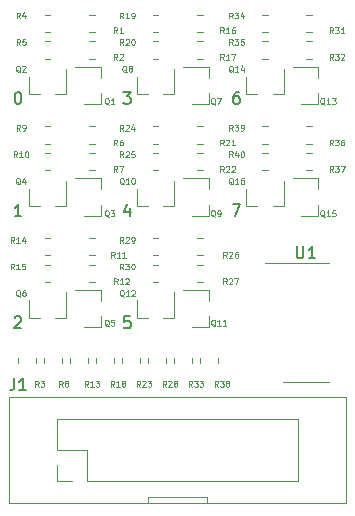
<source format=gto>
%TF.GenerationSoftware,KiCad,Pcbnew,(5.1.9)-1*%
%TF.CreationDate,2021-08-13T19:59:19+01:00*%
%TF.ProjectId,PullUpDown,50756c6c-5570-4446-9f77-6e2e6b696361,rev?*%
%TF.SameCoordinates,Original*%
%TF.FileFunction,Legend,Top*%
%TF.FilePolarity,Positive*%
%FSLAX46Y46*%
G04 Gerber Fmt 4.6, Leading zero omitted, Abs format (unit mm)*
G04 Created by KiCad (PCBNEW (5.1.9)-1) date 2021-08-13 19:59:19*
%MOMM*%
%LPD*%
G01*
G04 APERTURE LIST*
%ADD10C,0.150000*%
%ADD11C,0.120000*%
%ADD12C,0.100000*%
%ADD13C,3.200000*%
%ADD14R,1.700000X1.700000*%
%ADD15O,1.700000X1.700000*%
%ADD16R,0.800000X0.900000*%
%ADD17R,0.900000X0.800000*%
G04 APERTURE END LIST*
D10*
X39666666Y-45702380D02*
X40333333Y-45702380D01*
X39904761Y-46702380D01*
X40190476Y-36202380D02*
X40000000Y-36202380D01*
X39904761Y-36250000D01*
X39857142Y-36297619D01*
X39761904Y-36440476D01*
X39714285Y-36630952D01*
X39714285Y-37011904D01*
X39761904Y-37107142D01*
X39809523Y-37154761D01*
X39904761Y-37202380D01*
X40095238Y-37202380D01*
X40190476Y-37154761D01*
X40238095Y-37107142D01*
X40285714Y-37011904D01*
X40285714Y-36773809D01*
X40238095Y-36678571D01*
X40190476Y-36630952D01*
X40095238Y-36583333D01*
X39904761Y-36583333D01*
X39809523Y-36630952D01*
X39761904Y-36678571D01*
X39714285Y-36773809D01*
X30988095Y-55202380D02*
X30511904Y-55202380D01*
X30464285Y-55678571D01*
X30511904Y-55630952D01*
X30607142Y-55583333D01*
X30845238Y-55583333D01*
X30940476Y-55630952D01*
X30988095Y-55678571D01*
X31035714Y-55773809D01*
X31035714Y-56011904D01*
X30988095Y-56107142D01*
X30940476Y-56154761D01*
X30845238Y-56202380D01*
X30607142Y-56202380D01*
X30511904Y-56154761D01*
X30464285Y-56107142D01*
X30940476Y-46035714D02*
X30940476Y-46702380D01*
X30702380Y-45654761D02*
X30464285Y-46369047D01*
X31083333Y-46369047D01*
X30416666Y-36202380D02*
X31035714Y-36202380D01*
X30702380Y-36583333D01*
X30845238Y-36583333D01*
X30940476Y-36630952D01*
X30988095Y-36678571D01*
X31035714Y-36773809D01*
X31035714Y-37011904D01*
X30988095Y-37107142D01*
X30940476Y-37154761D01*
X30845238Y-37202380D01*
X30559523Y-37202380D01*
X30464285Y-37154761D01*
X30416666Y-37107142D01*
X21214285Y-55297619D02*
X21261904Y-55250000D01*
X21357142Y-55202380D01*
X21595238Y-55202380D01*
X21690476Y-55250000D01*
X21738095Y-55297619D01*
X21785714Y-55392857D01*
X21785714Y-55488095D01*
X21738095Y-55630952D01*
X21166666Y-56202380D01*
X21785714Y-56202380D01*
X21785714Y-46702380D02*
X21214285Y-46702380D01*
X21500000Y-46702380D02*
X21500000Y-45702380D01*
X21404761Y-45845238D01*
X21309523Y-45940476D01*
X21214285Y-45988095D01*
X21452380Y-36202380D02*
X21547619Y-36202380D01*
X21642857Y-36250000D01*
X21690476Y-36297619D01*
X21738095Y-36392857D01*
X21785714Y-36583333D01*
X21785714Y-36821428D01*
X21738095Y-37011904D01*
X21690476Y-37107142D01*
X21642857Y-37154761D01*
X21547619Y-37202380D01*
X21452380Y-37202380D01*
X21357142Y-37154761D01*
X21309523Y-37107142D01*
X21261904Y-37011904D01*
X21214285Y-36821428D01*
X21214285Y-36583333D01*
X21261904Y-36392857D01*
X21309523Y-36297619D01*
X21357142Y-36250000D01*
X21452380Y-36202380D01*
D11*
%TO.C,J1*%
X45220000Y-69100000D02*
X45220000Y-63900000D01*
X27380000Y-69100000D02*
X45220000Y-69100000D01*
X24780000Y-63900000D02*
X45220000Y-63900000D01*
X27380000Y-69100000D02*
X27380000Y-66500000D01*
X27380000Y-66500000D02*
X24780000Y-66500000D01*
X24780000Y-66500000D02*
X24780000Y-63900000D01*
X26110000Y-69100000D02*
X24780000Y-69100000D01*
X24780000Y-69100000D02*
X24780000Y-67770000D01*
X35000000Y-71000000D02*
X20750000Y-71000000D01*
X20750000Y-71000000D02*
X20750000Y-62000000D01*
X20750000Y-62000000D02*
X49250000Y-62000000D01*
X49250000Y-62000000D02*
X49250000Y-71000000D01*
X49250000Y-71000000D02*
X35000000Y-71000000D01*
X32500000Y-71000000D02*
X32500000Y-70500000D01*
X32500000Y-70500000D02*
X37500000Y-70500000D01*
X37500000Y-70500000D02*
X37500000Y-71000000D01*
%TO.C,R38*%
X36921000Y-59151064D02*
X36921000Y-58696936D01*
X38391000Y-59151064D02*
X38391000Y-58696936D01*
%TO.C,R33*%
X34721000Y-59138564D02*
X34721000Y-58684436D01*
X36191000Y-59138564D02*
X36191000Y-58684436D01*
%TO.C,R28*%
X32521000Y-59138564D02*
X32521000Y-58684436D01*
X33991000Y-59138564D02*
X33991000Y-58684436D01*
%TO.C,R23*%
X30321000Y-59138564D02*
X30321000Y-58684436D01*
X31791000Y-59138564D02*
X31791000Y-58684436D01*
%TO.C,R18*%
X28121000Y-59163564D02*
X28121000Y-58709436D01*
X29591000Y-59163564D02*
X29591000Y-58709436D01*
%TO.C,R13*%
X25921000Y-59163564D02*
X25921000Y-58709436D01*
X27391000Y-59163564D02*
X27391000Y-58709436D01*
%TO.C,R8*%
X23721000Y-59163564D02*
X23721000Y-58709436D01*
X25191000Y-59163564D02*
X25191000Y-58709436D01*
%TO.C,R3*%
X21521000Y-59163564D02*
X21521000Y-58709436D01*
X22991000Y-59163564D02*
X22991000Y-58709436D01*
%TO.C,U1*%
X45856000Y-60784000D02*
X47806000Y-60784000D01*
X45856000Y-60784000D02*
X43906000Y-60784000D01*
X45856000Y-50664000D02*
X47806000Y-50664000D01*
X45856000Y-50664000D02*
X42406000Y-50664000D01*
%TO.C,R40*%
X42172936Y-42835000D02*
X42627064Y-42835000D01*
X42172936Y-41365000D02*
X42627064Y-41365000D01*
%TO.C,R39*%
X42172936Y-40585000D02*
X42627064Y-40585000D01*
X42172936Y-39115000D02*
X42627064Y-39115000D01*
%TO.C,R37*%
X45922936Y-42835000D02*
X46377064Y-42835000D01*
X45922936Y-41365000D02*
X46377064Y-41365000D01*
%TO.C,R36*%
X45922936Y-40585000D02*
X46377064Y-40585000D01*
X45922936Y-39115000D02*
X46377064Y-39115000D01*
%TO.C,R35*%
X42172936Y-33385000D02*
X42627064Y-33385000D01*
X42172936Y-31915000D02*
X42627064Y-31915000D01*
%TO.C,R34*%
X42172936Y-31135000D02*
X42627064Y-31135000D01*
X42172936Y-29665000D02*
X42627064Y-29665000D01*
%TO.C,R32*%
X45922936Y-33385000D02*
X46377064Y-33385000D01*
X45922936Y-31915000D02*
X46377064Y-31915000D01*
%TO.C,R31*%
X45922936Y-31135000D02*
X46377064Y-31135000D01*
X45922936Y-29665000D02*
X46377064Y-29665000D01*
%TO.C,R30*%
X32922936Y-52285000D02*
X33377064Y-52285000D01*
X32922936Y-50815000D02*
X33377064Y-50815000D01*
%TO.C,R29*%
X32922936Y-50035000D02*
X33377064Y-50035000D01*
X32922936Y-48565000D02*
X33377064Y-48565000D01*
%TO.C,R27*%
X36672936Y-52285000D02*
X37127064Y-52285000D01*
X36672936Y-50815000D02*
X37127064Y-50815000D01*
%TO.C,R26*%
X36672936Y-50035000D02*
X37127064Y-50035000D01*
X36672936Y-48565000D02*
X37127064Y-48565000D01*
%TO.C,R25*%
X32922936Y-42835000D02*
X33377064Y-42835000D01*
X32922936Y-41365000D02*
X33377064Y-41365000D01*
%TO.C,R24*%
X32922936Y-40585000D02*
X33377064Y-40585000D01*
X32922936Y-39115000D02*
X33377064Y-39115000D01*
%TO.C,R22*%
X36672936Y-42835000D02*
X37127064Y-42835000D01*
X36672936Y-41365000D02*
X37127064Y-41365000D01*
%TO.C,R21*%
X36672936Y-40585000D02*
X37127064Y-40585000D01*
X36672936Y-39115000D02*
X37127064Y-39115000D01*
%TO.C,R20*%
X32922936Y-33385000D02*
X33377064Y-33385000D01*
X32922936Y-31915000D02*
X33377064Y-31915000D01*
%TO.C,R19*%
X32922936Y-31135000D02*
X33377064Y-31135000D01*
X32922936Y-29665000D02*
X33377064Y-29665000D01*
%TO.C,R17*%
X36672936Y-33385000D02*
X37127064Y-33385000D01*
X36672936Y-31915000D02*
X37127064Y-31915000D01*
%TO.C,R16*%
X36672936Y-31135000D02*
X37127064Y-31135000D01*
X36672936Y-29665000D02*
X37127064Y-29665000D01*
%TO.C,R15*%
X23772936Y-52285000D02*
X24227064Y-52285000D01*
X23772936Y-50815000D02*
X24227064Y-50815000D01*
%TO.C,R14*%
X23772936Y-50035000D02*
X24227064Y-50035000D01*
X23772936Y-48565000D02*
X24227064Y-48565000D01*
%TO.C,R12*%
X27522936Y-52285000D02*
X27977064Y-52285000D01*
X27522936Y-50815000D02*
X27977064Y-50815000D01*
%TO.C,R11*%
X27522936Y-50035000D02*
X27977064Y-50035000D01*
X27522936Y-48565000D02*
X27977064Y-48565000D01*
%TO.C,R10*%
X23772936Y-42835000D02*
X24227064Y-42835000D01*
X23772936Y-41365000D02*
X24227064Y-41365000D01*
%TO.C,R9*%
X23772936Y-40585000D02*
X24227064Y-40585000D01*
X23772936Y-39115000D02*
X24227064Y-39115000D01*
%TO.C,R7*%
X27522936Y-42835000D02*
X27977064Y-42835000D01*
X27522936Y-41365000D02*
X27977064Y-41365000D01*
%TO.C,R6*%
X27522936Y-40585000D02*
X27977064Y-40585000D01*
X27522936Y-39115000D02*
X27977064Y-39115000D01*
%TO.C,Q16*%
X40820000Y-45860000D02*
X40820000Y-44400000D01*
X43980000Y-45860000D02*
X43980000Y-43700000D01*
X43980000Y-45860000D02*
X43050000Y-45860000D01*
X40820000Y-45860000D02*
X41750000Y-45860000D01*
%TO.C,Q15*%
X46910000Y-46680000D02*
X45450000Y-46680000D01*
X46910000Y-43520000D02*
X44750000Y-43520000D01*
X46910000Y-43520000D02*
X46910000Y-44450000D01*
X46910000Y-46680000D02*
X46910000Y-45750000D01*
%TO.C,Q14*%
X40820000Y-36410000D02*
X40820000Y-34950000D01*
X43980000Y-36410000D02*
X43980000Y-34250000D01*
X43980000Y-36410000D02*
X43050000Y-36410000D01*
X40820000Y-36410000D02*
X41750000Y-36410000D01*
%TO.C,Q13*%
X46910000Y-37230000D02*
X45450000Y-37230000D01*
X46910000Y-34070000D02*
X44750000Y-34070000D01*
X46910000Y-34070000D02*
X46910000Y-35000000D01*
X46910000Y-37230000D02*
X46910000Y-36300000D01*
%TO.C,Q12*%
X31570000Y-55310000D02*
X31570000Y-53850000D01*
X34730000Y-55310000D02*
X34730000Y-53150000D01*
X34730000Y-55310000D02*
X33800000Y-55310000D01*
X31570000Y-55310000D02*
X32500000Y-55310000D01*
%TO.C,Q11*%
X37660000Y-56130000D02*
X36200000Y-56130000D01*
X37660000Y-52970000D02*
X35500000Y-52970000D01*
X37660000Y-52970000D02*
X37660000Y-53900000D01*
X37660000Y-56130000D02*
X37660000Y-55200000D01*
%TO.C,Q10*%
X31570000Y-45860000D02*
X31570000Y-44400000D01*
X34730000Y-45860000D02*
X34730000Y-43700000D01*
X34730000Y-45860000D02*
X33800000Y-45860000D01*
X31570000Y-45860000D02*
X32500000Y-45860000D01*
%TO.C,Q9*%
X37660000Y-46680000D02*
X36200000Y-46680000D01*
X37660000Y-43520000D02*
X35500000Y-43520000D01*
X37660000Y-43520000D02*
X37660000Y-44450000D01*
X37660000Y-46680000D02*
X37660000Y-45750000D01*
%TO.C,Q8*%
X31570000Y-36410000D02*
X31570000Y-34950000D01*
X34730000Y-36410000D02*
X34730000Y-34250000D01*
X34730000Y-36410000D02*
X33800000Y-36410000D01*
X31570000Y-36410000D02*
X32500000Y-36410000D01*
%TO.C,Q7*%
X37660000Y-37230000D02*
X36200000Y-37230000D01*
X37660000Y-34070000D02*
X35500000Y-34070000D01*
X37660000Y-34070000D02*
X37660000Y-35000000D01*
X37660000Y-37230000D02*
X37660000Y-36300000D01*
%TO.C,Q6*%
X22420000Y-55310000D02*
X22420000Y-53850000D01*
X25580000Y-55310000D02*
X25580000Y-53150000D01*
X25580000Y-55310000D02*
X24650000Y-55310000D01*
X22420000Y-55310000D02*
X23350000Y-55310000D01*
%TO.C,Q5*%
X28510000Y-56130000D02*
X27050000Y-56130000D01*
X28510000Y-52970000D02*
X26350000Y-52970000D01*
X28510000Y-52970000D02*
X28510000Y-53900000D01*
X28510000Y-56130000D02*
X28510000Y-55200000D01*
%TO.C,Q4*%
X22420000Y-45860000D02*
X22420000Y-44400000D01*
X25580000Y-45860000D02*
X25580000Y-43700000D01*
X25580000Y-45860000D02*
X24650000Y-45860000D01*
X22420000Y-45860000D02*
X23350000Y-45860000D01*
%TO.C,Q3*%
X28510000Y-46680000D02*
X27050000Y-46680000D01*
X28510000Y-43520000D02*
X26350000Y-43520000D01*
X28510000Y-43520000D02*
X28510000Y-44450000D01*
X28510000Y-46680000D02*
X28510000Y-45750000D01*
%TO.C,R5*%
X23772936Y-33385000D02*
X24227064Y-33385000D01*
X23772936Y-31915000D02*
X24227064Y-31915000D01*
%TO.C,R4*%
X23772936Y-31135000D02*
X24227064Y-31135000D01*
X23772936Y-29665000D02*
X24227064Y-29665000D01*
%TO.C,R2*%
X27522936Y-33385000D02*
X27977064Y-33385000D01*
X27522936Y-31915000D02*
X27977064Y-31915000D01*
%TO.C,R1*%
X27522936Y-31135000D02*
X27977064Y-31135000D01*
X27522936Y-29665000D02*
X27977064Y-29665000D01*
%TO.C,Q2*%
X22420000Y-36410000D02*
X22420000Y-34950000D01*
X25580000Y-36410000D02*
X25580000Y-34250000D01*
X25580000Y-36410000D02*
X24650000Y-36410000D01*
X22420000Y-36410000D02*
X23350000Y-36410000D01*
%TO.C,Q1*%
X28510000Y-37230000D02*
X27050000Y-37230000D01*
X28510000Y-34070000D02*
X26350000Y-34070000D01*
X28510000Y-34070000D02*
X28510000Y-35000000D01*
X28510000Y-37230000D02*
X28510000Y-36300000D01*
%TO.C,J1*%
D10*
X21166666Y-60452380D02*
X21166666Y-61166666D01*
X21119047Y-61309523D01*
X21023809Y-61404761D01*
X20880952Y-61452380D01*
X20785714Y-61452380D01*
X22166666Y-61452380D02*
X21595238Y-61452380D01*
X21880952Y-61452380D02*
X21880952Y-60452380D01*
X21785714Y-60595238D01*
X21690476Y-60690476D01*
X21595238Y-60738095D01*
%TO.C,R38*%
D12*
X38434571Y-61150190D02*
X38267904Y-60912095D01*
X38148857Y-61150190D02*
X38148857Y-60650190D01*
X38339333Y-60650190D01*
X38386952Y-60674000D01*
X38410761Y-60697809D01*
X38434571Y-60745428D01*
X38434571Y-60816857D01*
X38410761Y-60864476D01*
X38386952Y-60888285D01*
X38339333Y-60912095D01*
X38148857Y-60912095D01*
X38601238Y-60650190D02*
X38910761Y-60650190D01*
X38744095Y-60840666D01*
X38815523Y-60840666D01*
X38863142Y-60864476D01*
X38886952Y-60888285D01*
X38910761Y-60935904D01*
X38910761Y-61054952D01*
X38886952Y-61102571D01*
X38863142Y-61126380D01*
X38815523Y-61150190D01*
X38672666Y-61150190D01*
X38625047Y-61126380D01*
X38601238Y-61102571D01*
X39196476Y-60864476D02*
X39148857Y-60840666D01*
X39125047Y-60816857D01*
X39101238Y-60769238D01*
X39101238Y-60745428D01*
X39125047Y-60697809D01*
X39148857Y-60674000D01*
X39196476Y-60650190D01*
X39291714Y-60650190D01*
X39339333Y-60674000D01*
X39363142Y-60697809D01*
X39386952Y-60745428D01*
X39386952Y-60769238D01*
X39363142Y-60816857D01*
X39339333Y-60840666D01*
X39291714Y-60864476D01*
X39196476Y-60864476D01*
X39148857Y-60888285D01*
X39125047Y-60912095D01*
X39101238Y-60959714D01*
X39101238Y-61054952D01*
X39125047Y-61102571D01*
X39148857Y-61126380D01*
X39196476Y-61150190D01*
X39291714Y-61150190D01*
X39339333Y-61126380D01*
X39363142Y-61102571D01*
X39386952Y-61054952D01*
X39386952Y-60959714D01*
X39363142Y-60912095D01*
X39339333Y-60888285D01*
X39291714Y-60864476D01*
%TO.C,R33*%
X36234571Y-61150190D02*
X36067904Y-60912095D01*
X35948857Y-61150190D02*
X35948857Y-60650190D01*
X36139333Y-60650190D01*
X36186952Y-60674000D01*
X36210761Y-60697809D01*
X36234571Y-60745428D01*
X36234571Y-60816857D01*
X36210761Y-60864476D01*
X36186952Y-60888285D01*
X36139333Y-60912095D01*
X35948857Y-60912095D01*
X36401238Y-60650190D02*
X36710761Y-60650190D01*
X36544095Y-60840666D01*
X36615523Y-60840666D01*
X36663142Y-60864476D01*
X36686952Y-60888285D01*
X36710761Y-60935904D01*
X36710761Y-61054952D01*
X36686952Y-61102571D01*
X36663142Y-61126380D01*
X36615523Y-61150190D01*
X36472666Y-61150190D01*
X36425047Y-61126380D01*
X36401238Y-61102571D01*
X36877428Y-60650190D02*
X37186952Y-60650190D01*
X37020285Y-60840666D01*
X37091714Y-60840666D01*
X37139333Y-60864476D01*
X37163142Y-60888285D01*
X37186952Y-60935904D01*
X37186952Y-61054952D01*
X37163142Y-61102571D01*
X37139333Y-61126380D01*
X37091714Y-61150190D01*
X36948857Y-61150190D01*
X36901238Y-61126380D01*
X36877428Y-61102571D01*
%TO.C,R28*%
X34034571Y-61150190D02*
X33867904Y-60912095D01*
X33748857Y-61150190D02*
X33748857Y-60650190D01*
X33939333Y-60650190D01*
X33986952Y-60674000D01*
X34010761Y-60697809D01*
X34034571Y-60745428D01*
X34034571Y-60816857D01*
X34010761Y-60864476D01*
X33986952Y-60888285D01*
X33939333Y-60912095D01*
X33748857Y-60912095D01*
X34225047Y-60697809D02*
X34248857Y-60674000D01*
X34296476Y-60650190D01*
X34415523Y-60650190D01*
X34463142Y-60674000D01*
X34486952Y-60697809D01*
X34510761Y-60745428D01*
X34510761Y-60793047D01*
X34486952Y-60864476D01*
X34201238Y-61150190D01*
X34510761Y-61150190D01*
X34796476Y-60864476D02*
X34748857Y-60840666D01*
X34725047Y-60816857D01*
X34701238Y-60769238D01*
X34701238Y-60745428D01*
X34725047Y-60697809D01*
X34748857Y-60674000D01*
X34796476Y-60650190D01*
X34891714Y-60650190D01*
X34939333Y-60674000D01*
X34963142Y-60697809D01*
X34986952Y-60745428D01*
X34986952Y-60769238D01*
X34963142Y-60816857D01*
X34939333Y-60840666D01*
X34891714Y-60864476D01*
X34796476Y-60864476D01*
X34748857Y-60888285D01*
X34725047Y-60912095D01*
X34701238Y-60959714D01*
X34701238Y-61054952D01*
X34725047Y-61102571D01*
X34748857Y-61126380D01*
X34796476Y-61150190D01*
X34891714Y-61150190D01*
X34939333Y-61126380D01*
X34963142Y-61102571D01*
X34986952Y-61054952D01*
X34986952Y-60959714D01*
X34963142Y-60912095D01*
X34939333Y-60888285D01*
X34891714Y-60864476D01*
%TO.C,R23*%
X31834571Y-61150190D02*
X31667904Y-60912095D01*
X31548857Y-61150190D02*
X31548857Y-60650190D01*
X31739333Y-60650190D01*
X31786952Y-60674000D01*
X31810761Y-60697809D01*
X31834571Y-60745428D01*
X31834571Y-60816857D01*
X31810761Y-60864476D01*
X31786952Y-60888285D01*
X31739333Y-60912095D01*
X31548857Y-60912095D01*
X32025047Y-60697809D02*
X32048857Y-60674000D01*
X32096476Y-60650190D01*
X32215523Y-60650190D01*
X32263142Y-60674000D01*
X32286952Y-60697809D01*
X32310761Y-60745428D01*
X32310761Y-60793047D01*
X32286952Y-60864476D01*
X32001238Y-61150190D01*
X32310761Y-61150190D01*
X32477428Y-60650190D02*
X32786952Y-60650190D01*
X32620285Y-60840666D01*
X32691714Y-60840666D01*
X32739333Y-60864476D01*
X32763142Y-60888285D01*
X32786952Y-60935904D01*
X32786952Y-61054952D01*
X32763142Y-61102571D01*
X32739333Y-61126380D01*
X32691714Y-61150190D01*
X32548857Y-61150190D01*
X32501238Y-61126380D01*
X32477428Y-61102571D01*
%TO.C,R18*%
X29634571Y-61150190D02*
X29467904Y-60912095D01*
X29348857Y-61150190D02*
X29348857Y-60650190D01*
X29539333Y-60650190D01*
X29586952Y-60674000D01*
X29610761Y-60697809D01*
X29634571Y-60745428D01*
X29634571Y-60816857D01*
X29610761Y-60864476D01*
X29586952Y-60888285D01*
X29539333Y-60912095D01*
X29348857Y-60912095D01*
X30110761Y-61150190D02*
X29825047Y-61150190D01*
X29967904Y-61150190D02*
X29967904Y-60650190D01*
X29920285Y-60721619D01*
X29872666Y-60769238D01*
X29825047Y-60793047D01*
X30396476Y-60864476D02*
X30348857Y-60840666D01*
X30325047Y-60816857D01*
X30301238Y-60769238D01*
X30301238Y-60745428D01*
X30325047Y-60697809D01*
X30348857Y-60674000D01*
X30396476Y-60650190D01*
X30491714Y-60650190D01*
X30539333Y-60674000D01*
X30563142Y-60697809D01*
X30586952Y-60745428D01*
X30586952Y-60769238D01*
X30563142Y-60816857D01*
X30539333Y-60840666D01*
X30491714Y-60864476D01*
X30396476Y-60864476D01*
X30348857Y-60888285D01*
X30325047Y-60912095D01*
X30301238Y-60959714D01*
X30301238Y-61054952D01*
X30325047Y-61102571D01*
X30348857Y-61126380D01*
X30396476Y-61150190D01*
X30491714Y-61150190D01*
X30539333Y-61126380D01*
X30563142Y-61102571D01*
X30586952Y-61054952D01*
X30586952Y-60959714D01*
X30563142Y-60912095D01*
X30539333Y-60888285D01*
X30491714Y-60864476D01*
%TO.C,R13*%
X27434571Y-61150190D02*
X27267904Y-60912095D01*
X27148857Y-61150190D02*
X27148857Y-60650190D01*
X27339333Y-60650190D01*
X27386952Y-60674000D01*
X27410761Y-60697809D01*
X27434571Y-60745428D01*
X27434571Y-60816857D01*
X27410761Y-60864476D01*
X27386952Y-60888285D01*
X27339333Y-60912095D01*
X27148857Y-60912095D01*
X27910761Y-61150190D02*
X27625047Y-61150190D01*
X27767904Y-61150190D02*
X27767904Y-60650190D01*
X27720285Y-60721619D01*
X27672666Y-60769238D01*
X27625047Y-60793047D01*
X28077428Y-60650190D02*
X28386952Y-60650190D01*
X28220285Y-60840666D01*
X28291714Y-60840666D01*
X28339333Y-60864476D01*
X28363142Y-60888285D01*
X28386952Y-60935904D01*
X28386952Y-61054952D01*
X28363142Y-61102571D01*
X28339333Y-61126380D01*
X28291714Y-61150190D01*
X28148857Y-61150190D01*
X28101238Y-61126380D01*
X28077428Y-61102571D01*
%TO.C,R8*%
X25272666Y-61150190D02*
X25106000Y-60912095D01*
X24986952Y-61150190D02*
X24986952Y-60650190D01*
X25177428Y-60650190D01*
X25225047Y-60674000D01*
X25248857Y-60697809D01*
X25272666Y-60745428D01*
X25272666Y-60816857D01*
X25248857Y-60864476D01*
X25225047Y-60888285D01*
X25177428Y-60912095D01*
X24986952Y-60912095D01*
X25558380Y-60864476D02*
X25510761Y-60840666D01*
X25486952Y-60816857D01*
X25463142Y-60769238D01*
X25463142Y-60745428D01*
X25486952Y-60697809D01*
X25510761Y-60674000D01*
X25558380Y-60650190D01*
X25653619Y-60650190D01*
X25701238Y-60674000D01*
X25725047Y-60697809D01*
X25748857Y-60745428D01*
X25748857Y-60769238D01*
X25725047Y-60816857D01*
X25701238Y-60840666D01*
X25653619Y-60864476D01*
X25558380Y-60864476D01*
X25510761Y-60888285D01*
X25486952Y-60912095D01*
X25463142Y-60959714D01*
X25463142Y-61054952D01*
X25486952Y-61102571D01*
X25510761Y-61126380D01*
X25558380Y-61150190D01*
X25653619Y-61150190D01*
X25701238Y-61126380D01*
X25725047Y-61102571D01*
X25748857Y-61054952D01*
X25748857Y-60959714D01*
X25725047Y-60912095D01*
X25701238Y-60888285D01*
X25653619Y-60864476D01*
%TO.C,R3*%
X23247666Y-61150190D02*
X23081000Y-60912095D01*
X22961952Y-61150190D02*
X22961952Y-60650190D01*
X23152428Y-60650190D01*
X23200047Y-60674000D01*
X23223857Y-60697809D01*
X23247666Y-60745428D01*
X23247666Y-60816857D01*
X23223857Y-60864476D01*
X23200047Y-60888285D01*
X23152428Y-60912095D01*
X22961952Y-60912095D01*
X23414333Y-60650190D02*
X23723857Y-60650190D01*
X23557190Y-60840666D01*
X23628619Y-60840666D01*
X23676238Y-60864476D01*
X23700047Y-60888285D01*
X23723857Y-60935904D01*
X23723857Y-61054952D01*
X23700047Y-61102571D01*
X23676238Y-61126380D01*
X23628619Y-61150190D01*
X23485761Y-61150190D01*
X23438142Y-61126380D01*
X23414333Y-61102571D01*
%TO.C,U1*%
D10*
X45094095Y-49276380D02*
X45094095Y-50085904D01*
X45141714Y-50181142D01*
X45189333Y-50228761D01*
X45284571Y-50276380D01*
X45475047Y-50276380D01*
X45570285Y-50228761D01*
X45617904Y-50181142D01*
X45665523Y-50085904D01*
X45665523Y-49276380D01*
X46665523Y-50276380D02*
X46094095Y-50276380D01*
X46379809Y-50276380D02*
X46379809Y-49276380D01*
X46284571Y-49419238D01*
X46189333Y-49514476D01*
X46094095Y-49562095D01*
%TO.C,R40*%
D12*
X39678571Y-41726190D02*
X39511904Y-41488095D01*
X39392857Y-41726190D02*
X39392857Y-41226190D01*
X39583333Y-41226190D01*
X39630952Y-41250000D01*
X39654761Y-41273809D01*
X39678571Y-41321428D01*
X39678571Y-41392857D01*
X39654761Y-41440476D01*
X39630952Y-41464285D01*
X39583333Y-41488095D01*
X39392857Y-41488095D01*
X40107142Y-41392857D02*
X40107142Y-41726190D01*
X39988095Y-41202380D02*
X39869047Y-41559523D01*
X40178571Y-41559523D01*
X40464285Y-41226190D02*
X40511904Y-41226190D01*
X40559523Y-41250000D01*
X40583333Y-41273809D01*
X40607142Y-41321428D01*
X40630952Y-41416666D01*
X40630952Y-41535714D01*
X40607142Y-41630952D01*
X40583333Y-41678571D01*
X40559523Y-41702380D01*
X40511904Y-41726190D01*
X40464285Y-41726190D01*
X40416666Y-41702380D01*
X40392857Y-41678571D01*
X40369047Y-41630952D01*
X40345238Y-41535714D01*
X40345238Y-41416666D01*
X40369047Y-41321428D01*
X40392857Y-41273809D01*
X40416666Y-41250000D01*
X40464285Y-41226190D01*
%TO.C,R39*%
X39678571Y-39476190D02*
X39511904Y-39238095D01*
X39392857Y-39476190D02*
X39392857Y-38976190D01*
X39583333Y-38976190D01*
X39630952Y-39000000D01*
X39654761Y-39023809D01*
X39678571Y-39071428D01*
X39678571Y-39142857D01*
X39654761Y-39190476D01*
X39630952Y-39214285D01*
X39583333Y-39238095D01*
X39392857Y-39238095D01*
X39845238Y-38976190D02*
X40154761Y-38976190D01*
X39988095Y-39166666D01*
X40059523Y-39166666D01*
X40107142Y-39190476D01*
X40130952Y-39214285D01*
X40154761Y-39261904D01*
X40154761Y-39380952D01*
X40130952Y-39428571D01*
X40107142Y-39452380D01*
X40059523Y-39476190D01*
X39916666Y-39476190D01*
X39869047Y-39452380D01*
X39845238Y-39428571D01*
X40392857Y-39476190D02*
X40488095Y-39476190D01*
X40535714Y-39452380D01*
X40559523Y-39428571D01*
X40607142Y-39357142D01*
X40630952Y-39261904D01*
X40630952Y-39071428D01*
X40607142Y-39023809D01*
X40583333Y-39000000D01*
X40535714Y-38976190D01*
X40440476Y-38976190D01*
X40392857Y-39000000D01*
X40369047Y-39023809D01*
X40345238Y-39071428D01*
X40345238Y-39190476D01*
X40369047Y-39238095D01*
X40392857Y-39261904D01*
X40440476Y-39285714D01*
X40535714Y-39285714D01*
X40583333Y-39261904D01*
X40607142Y-39238095D01*
X40630952Y-39190476D01*
%TO.C,R37*%
X48178571Y-42976190D02*
X48011904Y-42738095D01*
X47892857Y-42976190D02*
X47892857Y-42476190D01*
X48083333Y-42476190D01*
X48130952Y-42500000D01*
X48154761Y-42523809D01*
X48178571Y-42571428D01*
X48178571Y-42642857D01*
X48154761Y-42690476D01*
X48130952Y-42714285D01*
X48083333Y-42738095D01*
X47892857Y-42738095D01*
X48345238Y-42476190D02*
X48654761Y-42476190D01*
X48488095Y-42666666D01*
X48559523Y-42666666D01*
X48607142Y-42690476D01*
X48630952Y-42714285D01*
X48654761Y-42761904D01*
X48654761Y-42880952D01*
X48630952Y-42928571D01*
X48607142Y-42952380D01*
X48559523Y-42976190D01*
X48416666Y-42976190D01*
X48369047Y-42952380D01*
X48345238Y-42928571D01*
X48821428Y-42476190D02*
X49154761Y-42476190D01*
X48940476Y-42976190D01*
%TO.C,R36*%
X48178571Y-40726190D02*
X48011904Y-40488095D01*
X47892857Y-40726190D02*
X47892857Y-40226190D01*
X48083333Y-40226190D01*
X48130952Y-40250000D01*
X48154761Y-40273809D01*
X48178571Y-40321428D01*
X48178571Y-40392857D01*
X48154761Y-40440476D01*
X48130952Y-40464285D01*
X48083333Y-40488095D01*
X47892857Y-40488095D01*
X48345238Y-40226190D02*
X48654761Y-40226190D01*
X48488095Y-40416666D01*
X48559523Y-40416666D01*
X48607142Y-40440476D01*
X48630952Y-40464285D01*
X48654761Y-40511904D01*
X48654761Y-40630952D01*
X48630952Y-40678571D01*
X48607142Y-40702380D01*
X48559523Y-40726190D01*
X48416666Y-40726190D01*
X48369047Y-40702380D01*
X48345238Y-40678571D01*
X49083333Y-40226190D02*
X48988095Y-40226190D01*
X48940476Y-40250000D01*
X48916666Y-40273809D01*
X48869047Y-40345238D01*
X48845238Y-40440476D01*
X48845238Y-40630952D01*
X48869047Y-40678571D01*
X48892857Y-40702380D01*
X48940476Y-40726190D01*
X49035714Y-40726190D01*
X49083333Y-40702380D01*
X49107142Y-40678571D01*
X49130952Y-40630952D01*
X49130952Y-40511904D01*
X49107142Y-40464285D01*
X49083333Y-40440476D01*
X49035714Y-40416666D01*
X48940476Y-40416666D01*
X48892857Y-40440476D01*
X48869047Y-40464285D01*
X48845238Y-40511904D01*
%TO.C,R35*%
X39678571Y-32226190D02*
X39511904Y-31988095D01*
X39392857Y-32226190D02*
X39392857Y-31726190D01*
X39583333Y-31726190D01*
X39630952Y-31750000D01*
X39654761Y-31773809D01*
X39678571Y-31821428D01*
X39678571Y-31892857D01*
X39654761Y-31940476D01*
X39630952Y-31964285D01*
X39583333Y-31988095D01*
X39392857Y-31988095D01*
X39845238Y-31726190D02*
X40154761Y-31726190D01*
X39988095Y-31916666D01*
X40059523Y-31916666D01*
X40107142Y-31940476D01*
X40130952Y-31964285D01*
X40154761Y-32011904D01*
X40154761Y-32130952D01*
X40130952Y-32178571D01*
X40107142Y-32202380D01*
X40059523Y-32226190D01*
X39916666Y-32226190D01*
X39869047Y-32202380D01*
X39845238Y-32178571D01*
X40607142Y-31726190D02*
X40369047Y-31726190D01*
X40345238Y-31964285D01*
X40369047Y-31940476D01*
X40416666Y-31916666D01*
X40535714Y-31916666D01*
X40583333Y-31940476D01*
X40607142Y-31964285D01*
X40630952Y-32011904D01*
X40630952Y-32130952D01*
X40607142Y-32178571D01*
X40583333Y-32202380D01*
X40535714Y-32226190D01*
X40416666Y-32226190D01*
X40369047Y-32202380D01*
X40345238Y-32178571D01*
%TO.C,R34*%
X39678571Y-29976190D02*
X39511904Y-29738095D01*
X39392857Y-29976190D02*
X39392857Y-29476190D01*
X39583333Y-29476190D01*
X39630952Y-29500000D01*
X39654761Y-29523809D01*
X39678571Y-29571428D01*
X39678571Y-29642857D01*
X39654761Y-29690476D01*
X39630952Y-29714285D01*
X39583333Y-29738095D01*
X39392857Y-29738095D01*
X39845238Y-29476190D02*
X40154761Y-29476190D01*
X39988095Y-29666666D01*
X40059523Y-29666666D01*
X40107142Y-29690476D01*
X40130952Y-29714285D01*
X40154761Y-29761904D01*
X40154761Y-29880952D01*
X40130952Y-29928571D01*
X40107142Y-29952380D01*
X40059523Y-29976190D01*
X39916666Y-29976190D01*
X39869047Y-29952380D01*
X39845238Y-29928571D01*
X40583333Y-29642857D02*
X40583333Y-29976190D01*
X40464285Y-29452380D02*
X40345238Y-29809523D01*
X40654761Y-29809523D01*
%TO.C,R32*%
X48178571Y-33476190D02*
X48011904Y-33238095D01*
X47892857Y-33476190D02*
X47892857Y-32976190D01*
X48083333Y-32976190D01*
X48130952Y-33000000D01*
X48154761Y-33023809D01*
X48178571Y-33071428D01*
X48178571Y-33142857D01*
X48154761Y-33190476D01*
X48130952Y-33214285D01*
X48083333Y-33238095D01*
X47892857Y-33238095D01*
X48345238Y-32976190D02*
X48654761Y-32976190D01*
X48488095Y-33166666D01*
X48559523Y-33166666D01*
X48607142Y-33190476D01*
X48630952Y-33214285D01*
X48654761Y-33261904D01*
X48654761Y-33380952D01*
X48630952Y-33428571D01*
X48607142Y-33452380D01*
X48559523Y-33476190D01*
X48416666Y-33476190D01*
X48369047Y-33452380D01*
X48345238Y-33428571D01*
X48845238Y-33023809D02*
X48869047Y-33000000D01*
X48916666Y-32976190D01*
X49035714Y-32976190D01*
X49083333Y-33000000D01*
X49107142Y-33023809D01*
X49130952Y-33071428D01*
X49130952Y-33119047D01*
X49107142Y-33190476D01*
X48821428Y-33476190D01*
X49130952Y-33476190D01*
%TO.C,R31*%
X48178571Y-31226190D02*
X48011904Y-30988095D01*
X47892857Y-31226190D02*
X47892857Y-30726190D01*
X48083333Y-30726190D01*
X48130952Y-30750000D01*
X48154761Y-30773809D01*
X48178571Y-30821428D01*
X48178571Y-30892857D01*
X48154761Y-30940476D01*
X48130952Y-30964285D01*
X48083333Y-30988095D01*
X47892857Y-30988095D01*
X48345238Y-30726190D02*
X48654761Y-30726190D01*
X48488095Y-30916666D01*
X48559523Y-30916666D01*
X48607142Y-30940476D01*
X48630952Y-30964285D01*
X48654761Y-31011904D01*
X48654761Y-31130952D01*
X48630952Y-31178571D01*
X48607142Y-31202380D01*
X48559523Y-31226190D01*
X48416666Y-31226190D01*
X48369047Y-31202380D01*
X48345238Y-31178571D01*
X49130952Y-31226190D02*
X48845238Y-31226190D01*
X48988095Y-31226190D02*
X48988095Y-30726190D01*
X48940476Y-30797619D01*
X48892857Y-30845238D01*
X48845238Y-30869047D01*
%TO.C,R30*%
X30428571Y-51226190D02*
X30261904Y-50988095D01*
X30142857Y-51226190D02*
X30142857Y-50726190D01*
X30333333Y-50726190D01*
X30380952Y-50750000D01*
X30404761Y-50773809D01*
X30428571Y-50821428D01*
X30428571Y-50892857D01*
X30404761Y-50940476D01*
X30380952Y-50964285D01*
X30333333Y-50988095D01*
X30142857Y-50988095D01*
X30595238Y-50726190D02*
X30904761Y-50726190D01*
X30738095Y-50916666D01*
X30809523Y-50916666D01*
X30857142Y-50940476D01*
X30880952Y-50964285D01*
X30904761Y-51011904D01*
X30904761Y-51130952D01*
X30880952Y-51178571D01*
X30857142Y-51202380D01*
X30809523Y-51226190D01*
X30666666Y-51226190D01*
X30619047Y-51202380D01*
X30595238Y-51178571D01*
X31214285Y-50726190D02*
X31261904Y-50726190D01*
X31309523Y-50750000D01*
X31333333Y-50773809D01*
X31357142Y-50821428D01*
X31380952Y-50916666D01*
X31380952Y-51035714D01*
X31357142Y-51130952D01*
X31333333Y-51178571D01*
X31309523Y-51202380D01*
X31261904Y-51226190D01*
X31214285Y-51226190D01*
X31166666Y-51202380D01*
X31142857Y-51178571D01*
X31119047Y-51130952D01*
X31095238Y-51035714D01*
X31095238Y-50916666D01*
X31119047Y-50821428D01*
X31142857Y-50773809D01*
X31166666Y-50750000D01*
X31214285Y-50726190D01*
%TO.C,R29*%
X30428571Y-48976190D02*
X30261904Y-48738095D01*
X30142857Y-48976190D02*
X30142857Y-48476190D01*
X30333333Y-48476190D01*
X30380952Y-48500000D01*
X30404761Y-48523809D01*
X30428571Y-48571428D01*
X30428571Y-48642857D01*
X30404761Y-48690476D01*
X30380952Y-48714285D01*
X30333333Y-48738095D01*
X30142857Y-48738095D01*
X30619047Y-48523809D02*
X30642857Y-48500000D01*
X30690476Y-48476190D01*
X30809523Y-48476190D01*
X30857142Y-48500000D01*
X30880952Y-48523809D01*
X30904761Y-48571428D01*
X30904761Y-48619047D01*
X30880952Y-48690476D01*
X30595238Y-48976190D01*
X30904761Y-48976190D01*
X31142857Y-48976190D02*
X31238095Y-48976190D01*
X31285714Y-48952380D01*
X31309523Y-48928571D01*
X31357142Y-48857142D01*
X31380952Y-48761904D01*
X31380952Y-48571428D01*
X31357142Y-48523809D01*
X31333333Y-48500000D01*
X31285714Y-48476190D01*
X31190476Y-48476190D01*
X31142857Y-48500000D01*
X31119047Y-48523809D01*
X31095238Y-48571428D01*
X31095238Y-48690476D01*
X31119047Y-48738095D01*
X31142857Y-48761904D01*
X31190476Y-48785714D01*
X31285714Y-48785714D01*
X31333333Y-48761904D01*
X31357142Y-48738095D01*
X31380952Y-48690476D01*
%TO.C,R27*%
X39178571Y-52476190D02*
X39011904Y-52238095D01*
X38892857Y-52476190D02*
X38892857Y-51976190D01*
X39083333Y-51976190D01*
X39130952Y-52000000D01*
X39154761Y-52023809D01*
X39178571Y-52071428D01*
X39178571Y-52142857D01*
X39154761Y-52190476D01*
X39130952Y-52214285D01*
X39083333Y-52238095D01*
X38892857Y-52238095D01*
X39369047Y-52023809D02*
X39392857Y-52000000D01*
X39440476Y-51976190D01*
X39559523Y-51976190D01*
X39607142Y-52000000D01*
X39630952Y-52023809D01*
X39654761Y-52071428D01*
X39654761Y-52119047D01*
X39630952Y-52190476D01*
X39345238Y-52476190D01*
X39654761Y-52476190D01*
X39821428Y-51976190D02*
X40154761Y-51976190D01*
X39940476Y-52476190D01*
%TO.C,R26*%
X39178571Y-50226190D02*
X39011904Y-49988095D01*
X38892857Y-50226190D02*
X38892857Y-49726190D01*
X39083333Y-49726190D01*
X39130952Y-49750000D01*
X39154761Y-49773809D01*
X39178571Y-49821428D01*
X39178571Y-49892857D01*
X39154761Y-49940476D01*
X39130952Y-49964285D01*
X39083333Y-49988095D01*
X38892857Y-49988095D01*
X39369047Y-49773809D02*
X39392857Y-49750000D01*
X39440476Y-49726190D01*
X39559523Y-49726190D01*
X39607142Y-49750000D01*
X39630952Y-49773809D01*
X39654761Y-49821428D01*
X39654761Y-49869047D01*
X39630952Y-49940476D01*
X39345238Y-50226190D01*
X39654761Y-50226190D01*
X40083333Y-49726190D02*
X39988095Y-49726190D01*
X39940476Y-49750000D01*
X39916666Y-49773809D01*
X39869047Y-49845238D01*
X39845238Y-49940476D01*
X39845238Y-50130952D01*
X39869047Y-50178571D01*
X39892857Y-50202380D01*
X39940476Y-50226190D01*
X40035714Y-50226190D01*
X40083333Y-50202380D01*
X40107142Y-50178571D01*
X40130952Y-50130952D01*
X40130952Y-50011904D01*
X40107142Y-49964285D01*
X40083333Y-49940476D01*
X40035714Y-49916666D01*
X39940476Y-49916666D01*
X39892857Y-49940476D01*
X39869047Y-49964285D01*
X39845238Y-50011904D01*
%TO.C,R25*%
X30428571Y-41726190D02*
X30261904Y-41488095D01*
X30142857Y-41726190D02*
X30142857Y-41226190D01*
X30333333Y-41226190D01*
X30380952Y-41250000D01*
X30404761Y-41273809D01*
X30428571Y-41321428D01*
X30428571Y-41392857D01*
X30404761Y-41440476D01*
X30380952Y-41464285D01*
X30333333Y-41488095D01*
X30142857Y-41488095D01*
X30619047Y-41273809D02*
X30642857Y-41250000D01*
X30690476Y-41226190D01*
X30809523Y-41226190D01*
X30857142Y-41250000D01*
X30880952Y-41273809D01*
X30904761Y-41321428D01*
X30904761Y-41369047D01*
X30880952Y-41440476D01*
X30595238Y-41726190D01*
X30904761Y-41726190D01*
X31357142Y-41226190D02*
X31119047Y-41226190D01*
X31095238Y-41464285D01*
X31119047Y-41440476D01*
X31166666Y-41416666D01*
X31285714Y-41416666D01*
X31333333Y-41440476D01*
X31357142Y-41464285D01*
X31380952Y-41511904D01*
X31380952Y-41630952D01*
X31357142Y-41678571D01*
X31333333Y-41702380D01*
X31285714Y-41726190D01*
X31166666Y-41726190D01*
X31119047Y-41702380D01*
X31095238Y-41678571D01*
%TO.C,R24*%
X30428571Y-39476190D02*
X30261904Y-39238095D01*
X30142857Y-39476190D02*
X30142857Y-38976190D01*
X30333333Y-38976190D01*
X30380952Y-39000000D01*
X30404761Y-39023809D01*
X30428571Y-39071428D01*
X30428571Y-39142857D01*
X30404761Y-39190476D01*
X30380952Y-39214285D01*
X30333333Y-39238095D01*
X30142857Y-39238095D01*
X30619047Y-39023809D02*
X30642857Y-39000000D01*
X30690476Y-38976190D01*
X30809523Y-38976190D01*
X30857142Y-39000000D01*
X30880952Y-39023809D01*
X30904761Y-39071428D01*
X30904761Y-39119047D01*
X30880952Y-39190476D01*
X30595238Y-39476190D01*
X30904761Y-39476190D01*
X31333333Y-39142857D02*
X31333333Y-39476190D01*
X31214285Y-38952380D02*
X31095238Y-39309523D01*
X31404761Y-39309523D01*
%TO.C,R22*%
X38928571Y-42976190D02*
X38761904Y-42738095D01*
X38642857Y-42976190D02*
X38642857Y-42476190D01*
X38833333Y-42476190D01*
X38880952Y-42500000D01*
X38904761Y-42523809D01*
X38928571Y-42571428D01*
X38928571Y-42642857D01*
X38904761Y-42690476D01*
X38880952Y-42714285D01*
X38833333Y-42738095D01*
X38642857Y-42738095D01*
X39119047Y-42523809D02*
X39142857Y-42500000D01*
X39190476Y-42476190D01*
X39309523Y-42476190D01*
X39357142Y-42500000D01*
X39380952Y-42523809D01*
X39404761Y-42571428D01*
X39404761Y-42619047D01*
X39380952Y-42690476D01*
X39095238Y-42976190D01*
X39404761Y-42976190D01*
X39595238Y-42523809D02*
X39619047Y-42500000D01*
X39666666Y-42476190D01*
X39785714Y-42476190D01*
X39833333Y-42500000D01*
X39857142Y-42523809D01*
X39880952Y-42571428D01*
X39880952Y-42619047D01*
X39857142Y-42690476D01*
X39571428Y-42976190D01*
X39880952Y-42976190D01*
%TO.C,R21*%
X38928571Y-40726190D02*
X38761904Y-40488095D01*
X38642857Y-40726190D02*
X38642857Y-40226190D01*
X38833333Y-40226190D01*
X38880952Y-40250000D01*
X38904761Y-40273809D01*
X38928571Y-40321428D01*
X38928571Y-40392857D01*
X38904761Y-40440476D01*
X38880952Y-40464285D01*
X38833333Y-40488095D01*
X38642857Y-40488095D01*
X39119047Y-40273809D02*
X39142857Y-40250000D01*
X39190476Y-40226190D01*
X39309523Y-40226190D01*
X39357142Y-40250000D01*
X39380952Y-40273809D01*
X39404761Y-40321428D01*
X39404761Y-40369047D01*
X39380952Y-40440476D01*
X39095238Y-40726190D01*
X39404761Y-40726190D01*
X39880952Y-40726190D02*
X39595238Y-40726190D01*
X39738095Y-40726190D02*
X39738095Y-40226190D01*
X39690476Y-40297619D01*
X39642857Y-40345238D01*
X39595238Y-40369047D01*
%TO.C,R20*%
X30428571Y-32226190D02*
X30261904Y-31988095D01*
X30142857Y-32226190D02*
X30142857Y-31726190D01*
X30333333Y-31726190D01*
X30380952Y-31750000D01*
X30404761Y-31773809D01*
X30428571Y-31821428D01*
X30428571Y-31892857D01*
X30404761Y-31940476D01*
X30380952Y-31964285D01*
X30333333Y-31988095D01*
X30142857Y-31988095D01*
X30619047Y-31773809D02*
X30642857Y-31750000D01*
X30690476Y-31726190D01*
X30809523Y-31726190D01*
X30857142Y-31750000D01*
X30880952Y-31773809D01*
X30904761Y-31821428D01*
X30904761Y-31869047D01*
X30880952Y-31940476D01*
X30595238Y-32226190D01*
X30904761Y-32226190D01*
X31214285Y-31726190D02*
X31261904Y-31726190D01*
X31309523Y-31750000D01*
X31333333Y-31773809D01*
X31357142Y-31821428D01*
X31380952Y-31916666D01*
X31380952Y-32035714D01*
X31357142Y-32130952D01*
X31333333Y-32178571D01*
X31309523Y-32202380D01*
X31261904Y-32226190D01*
X31214285Y-32226190D01*
X31166666Y-32202380D01*
X31142857Y-32178571D01*
X31119047Y-32130952D01*
X31095238Y-32035714D01*
X31095238Y-31916666D01*
X31119047Y-31821428D01*
X31142857Y-31773809D01*
X31166666Y-31750000D01*
X31214285Y-31726190D01*
%TO.C,R19*%
X30428571Y-29976190D02*
X30261904Y-29738095D01*
X30142857Y-29976190D02*
X30142857Y-29476190D01*
X30333333Y-29476190D01*
X30380952Y-29500000D01*
X30404761Y-29523809D01*
X30428571Y-29571428D01*
X30428571Y-29642857D01*
X30404761Y-29690476D01*
X30380952Y-29714285D01*
X30333333Y-29738095D01*
X30142857Y-29738095D01*
X30904761Y-29976190D02*
X30619047Y-29976190D01*
X30761904Y-29976190D02*
X30761904Y-29476190D01*
X30714285Y-29547619D01*
X30666666Y-29595238D01*
X30619047Y-29619047D01*
X31142857Y-29976190D02*
X31238095Y-29976190D01*
X31285714Y-29952380D01*
X31309523Y-29928571D01*
X31357142Y-29857142D01*
X31380952Y-29761904D01*
X31380952Y-29571428D01*
X31357142Y-29523809D01*
X31333333Y-29500000D01*
X31285714Y-29476190D01*
X31190476Y-29476190D01*
X31142857Y-29500000D01*
X31119047Y-29523809D01*
X31095238Y-29571428D01*
X31095238Y-29690476D01*
X31119047Y-29738095D01*
X31142857Y-29761904D01*
X31190476Y-29785714D01*
X31285714Y-29785714D01*
X31333333Y-29761904D01*
X31357142Y-29738095D01*
X31380952Y-29690476D01*
%TO.C,R17*%
X38928571Y-33476190D02*
X38761904Y-33238095D01*
X38642857Y-33476190D02*
X38642857Y-32976190D01*
X38833333Y-32976190D01*
X38880952Y-33000000D01*
X38904761Y-33023809D01*
X38928571Y-33071428D01*
X38928571Y-33142857D01*
X38904761Y-33190476D01*
X38880952Y-33214285D01*
X38833333Y-33238095D01*
X38642857Y-33238095D01*
X39404761Y-33476190D02*
X39119047Y-33476190D01*
X39261904Y-33476190D02*
X39261904Y-32976190D01*
X39214285Y-33047619D01*
X39166666Y-33095238D01*
X39119047Y-33119047D01*
X39571428Y-32976190D02*
X39904761Y-32976190D01*
X39690476Y-33476190D01*
%TO.C,R16*%
X38928571Y-31226190D02*
X38761904Y-30988095D01*
X38642857Y-31226190D02*
X38642857Y-30726190D01*
X38833333Y-30726190D01*
X38880952Y-30750000D01*
X38904761Y-30773809D01*
X38928571Y-30821428D01*
X38928571Y-30892857D01*
X38904761Y-30940476D01*
X38880952Y-30964285D01*
X38833333Y-30988095D01*
X38642857Y-30988095D01*
X39404761Y-31226190D02*
X39119047Y-31226190D01*
X39261904Y-31226190D02*
X39261904Y-30726190D01*
X39214285Y-30797619D01*
X39166666Y-30845238D01*
X39119047Y-30869047D01*
X39833333Y-30726190D02*
X39738095Y-30726190D01*
X39690476Y-30750000D01*
X39666666Y-30773809D01*
X39619047Y-30845238D01*
X39595238Y-30940476D01*
X39595238Y-31130952D01*
X39619047Y-31178571D01*
X39642857Y-31202380D01*
X39690476Y-31226190D01*
X39785714Y-31226190D01*
X39833333Y-31202380D01*
X39857142Y-31178571D01*
X39880952Y-31130952D01*
X39880952Y-31011904D01*
X39857142Y-30964285D01*
X39833333Y-30940476D01*
X39785714Y-30916666D01*
X39690476Y-30916666D01*
X39642857Y-30940476D01*
X39619047Y-30964285D01*
X39595238Y-31011904D01*
%TO.C,R15*%
X21178571Y-51226190D02*
X21011904Y-50988095D01*
X20892857Y-51226190D02*
X20892857Y-50726190D01*
X21083333Y-50726190D01*
X21130952Y-50750000D01*
X21154761Y-50773809D01*
X21178571Y-50821428D01*
X21178571Y-50892857D01*
X21154761Y-50940476D01*
X21130952Y-50964285D01*
X21083333Y-50988095D01*
X20892857Y-50988095D01*
X21654761Y-51226190D02*
X21369047Y-51226190D01*
X21511904Y-51226190D02*
X21511904Y-50726190D01*
X21464285Y-50797619D01*
X21416666Y-50845238D01*
X21369047Y-50869047D01*
X22107142Y-50726190D02*
X21869047Y-50726190D01*
X21845238Y-50964285D01*
X21869047Y-50940476D01*
X21916666Y-50916666D01*
X22035714Y-50916666D01*
X22083333Y-50940476D01*
X22107142Y-50964285D01*
X22130952Y-51011904D01*
X22130952Y-51130952D01*
X22107142Y-51178571D01*
X22083333Y-51202380D01*
X22035714Y-51226190D01*
X21916666Y-51226190D01*
X21869047Y-51202380D01*
X21845238Y-51178571D01*
%TO.C,R14*%
X21178571Y-48976190D02*
X21011904Y-48738095D01*
X20892857Y-48976190D02*
X20892857Y-48476190D01*
X21083333Y-48476190D01*
X21130952Y-48500000D01*
X21154761Y-48523809D01*
X21178571Y-48571428D01*
X21178571Y-48642857D01*
X21154761Y-48690476D01*
X21130952Y-48714285D01*
X21083333Y-48738095D01*
X20892857Y-48738095D01*
X21654761Y-48976190D02*
X21369047Y-48976190D01*
X21511904Y-48976190D02*
X21511904Y-48476190D01*
X21464285Y-48547619D01*
X21416666Y-48595238D01*
X21369047Y-48619047D01*
X22083333Y-48642857D02*
X22083333Y-48976190D01*
X21964285Y-48452380D02*
X21845238Y-48809523D01*
X22154761Y-48809523D01*
%TO.C,R12*%
X29928571Y-52476190D02*
X29761904Y-52238095D01*
X29642857Y-52476190D02*
X29642857Y-51976190D01*
X29833333Y-51976190D01*
X29880952Y-52000000D01*
X29904761Y-52023809D01*
X29928571Y-52071428D01*
X29928571Y-52142857D01*
X29904761Y-52190476D01*
X29880952Y-52214285D01*
X29833333Y-52238095D01*
X29642857Y-52238095D01*
X30404761Y-52476190D02*
X30119047Y-52476190D01*
X30261904Y-52476190D02*
X30261904Y-51976190D01*
X30214285Y-52047619D01*
X30166666Y-52095238D01*
X30119047Y-52119047D01*
X30595238Y-52023809D02*
X30619047Y-52000000D01*
X30666666Y-51976190D01*
X30785714Y-51976190D01*
X30833333Y-52000000D01*
X30857142Y-52023809D01*
X30880952Y-52071428D01*
X30880952Y-52119047D01*
X30857142Y-52190476D01*
X30571428Y-52476190D01*
X30880952Y-52476190D01*
%TO.C,R11*%
X29678571Y-50226190D02*
X29511904Y-49988095D01*
X29392857Y-50226190D02*
X29392857Y-49726190D01*
X29583333Y-49726190D01*
X29630952Y-49750000D01*
X29654761Y-49773809D01*
X29678571Y-49821428D01*
X29678571Y-49892857D01*
X29654761Y-49940476D01*
X29630952Y-49964285D01*
X29583333Y-49988095D01*
X29392857Y-49988095D01*
X30154761Y-50226190D02*
X29869047Y-50226190D01*
X30011904Y-50226190D02*
X30011904Y-49726190D01*
X29964285Y-49797619D01*
X29916666Y-49845238D01*
X29869047Y-49869047D01*
X30630952Y-50226190D02*
X30345238Y-50226190D01*
X30488095Y-50226190D02*
X30488095Y-49726190D01*
X30440476Y-49797619D01*
X30392857Y-49845238D01*
X30345238Y-49869047D01*
%TO.C,R10*%
X21428571Y-41726190D02*
X21261904Y-41488095D01*
X21142857Y-41726190D02*
X21142857Y-41226190D01*
X21333333Y-41226190D01*
X21380952Y-41250000D01*
X21404761Y-41273809D01*
X21428571Y-41321428D01*
X21428571Y-41392857D01*
X21404761Y-41440476D01*
X21380952Y-41464285D01*
X21333333Y-41488095D01*
X21142857Y-41488095D01*
X21904761Y-41726190D02*
X21619047Y-41726190D01*
X21761904Y-41726190D02*
X21761904Y-41226190D01*
X21714285Y-41297619D01*
X21666666Y-41345238D01*
X21619047Y-41369047D01*
X22214285Y-41226190D02*
X22261904Y-41226190D01*
X22309523Y-41250000D01*
X22333333Y-41273809D01*
X22357142Y-41321428D01*
X22380952Y-41416666D01*
X22380952Y-41535714D01*
X22357142Y-41630952D01*
X22333333Y-41678571D01*
X22309523Y-41702380D01*
X22261904Y-41726190D01*
X22214285Y-41726190D01*
X22166666Y-41702380D01*
X22142857Y-41678571D01*
X22119047Y-41630952D01*
X22095238Y-41535714D01*
X22095238Y-41416666D01*
X22119047Y-41321428D01*
X22142857Y-41273809D01*
X22166666Y-41250000D01*
X22214285Y-41226190D01*
%TO.C,R9*%
X21666666Y-39476190D02*
X21500000Y-39238095D01*
X21380952Y-39476190D02*
X21380952Y-38976190D01*
X21571428Y-38976190D01*
X21619047Y-39000000D01*
X21642857Y-39023809D01*
X21666666Y-39071428D01*
X21666666Y-39142857D01*
X21642857Y-39190476D01*
X21619047Y-39214285D01*
X21571428Y-39238095D01*
X21380952Y-39238095D01*
X21904761Y-39476190D02*
X22000000Y-39476190D01*
X22047619Y-39452380D01*
X22071428Y-39428571D01*
X22119047Y-39357142D01*
X22142857Y-39261904D01*
X22142857Y-39071428D01*
X22119047Y-39023809D01*
X22095238Y-39000000D01*
X22047619Y-38976190D01*
X21952380Y-38976190D01*
X21904761Y-39000000D01*
X21880952Y-39023809D01*
X21857142Y-39071428D01*
X21857142Y-39190476D01*
X21880952Y-39238095D01*
X21904761Y-39261904D01*
X21952380Y-39285714D01*
X22047619Y-39285714D01*
X22095238Y-39261904D01*
X22119047Y-39238095D01*
X22142857Y-39190476D01*
%TO.C,R7*%
X29916666Y-42976190D02*
X29750000Y-42738095D01*
X29630952Y-42976190D02*
X29630952Y-42476190D01*
X29821428Y-42476190D01*
X29869047Y-42500000D01*
X29892857Y-42523809D01*
X29916666Y-42571428D01*
X29916666Y-42642857D01*
X29892857Y-42690476D01*
X29869047Y-42714285D01*
X29821428Y-42738095D01*
X29630952Y-42738095D01*
X30083333Y-42476190D02*
X30416666Y-42476190D01*
X30202380Y-42976190D01*
%TO.C,R6*%
X29916666Y-40726190D02*
X29750000Y-40488095D01*
X29630952Y-40726190D02*
X29630952Y-40226190D01*
X29821428Y-40226190D01*
X29869047Y-40250000D01*
X29892857Y-40273809D01*
X29916666Y-40321428D01*
X29916666Y-40392857D01*
X29892857Y-40440476D01*
X29869047Y-40464285D01*
X29821428Y-40488095D01*
X29630952Y-40488095D01*
X30345238Y-40226190D02*
X30250000Y-40226190D01*
X30202380Y-40250000D01*
X30178571Y-40273809D01*
X30130952Y-40345238D01*
X30107142Y-40440476D01*
X30107142Y-40630952D01*
X30130952Y-40678571D01*
X30154761Y-40702380D01*
X30202380Y-40726190D01*
X30297619Y-40726190D01*
X30345238Y-40702380D01*
X30369047Y-40678571D01*
X30392857Y-40630952D01*
X30392857Y-40511904D01*
X30369047Y-40464285D01*
X30345238Y-40440476D01*
X30297619Y-40416666D01*
X30202380Y-40416666D01*
X30154761Y-40440476D01*
X30130952Y-40464285D01*
X30107142Y-40511904D01*
%TO.C,Q16*%
X39714285Y-44023809D02*
X39666666Y-44000000D01*
X39619047Y-43952380D01*
X39547619Y-43880952D01*
X39500000Y-43857142D01*
X39452380Y-43857142D01*
X39476190Y-43976190D02*
X39428571Y-43952380D01*
X39380952Y-43904761D01*
X39357142Y-43809523D01*
X39357142Y-43642857D01*
X39380952Y-43547619D01*
X39428571Y-43500000D01*
X39476190Y-43476190D01*
X39571428Y-43476190D01*
X39619047Y-43500000D01*
X39666666Y-43547619D01*
X39690476Y-43642857D01*
X39690476Y-43809523D01*
X39666666Y-43904761D01*
X39619047Y-43952380D01*
X39571428Y-43976190D01*
X39476190Y-43976190D01*
X40166666Y-43976190D02*
X39880952Y-43976190D01*
X40023809Y-43976190D02*
X40023809Y-43476190D01*
X39976190Y-43547619D01*
X39928571Y-43595238D01*
X39880952Y-43619047D01*
X40595238Y-43476190D02*
X40500000Y-43476190D01*
X40452380Y-43500000D01*
X40428571Y-43523809D01*
X40380952Y-43595238D01*
X40357142Y-43690476D01*
X40357142Y-43880952D01*
X40380952Y-43928571D01*
X40404761Y-43952380D01*
X40452380Y-43976190D01*
X40547619Y-43976190D01*
X40595238Y-43952380D01*
X40619047Y-43928571D01*
X40642857Y-43880952D01*
X40642857Y-43761904D01*
X40619047Y-43714285D01*
X40595238Y-43690476D01*
X40547619Y-43666666D01*
X40452380Y-43666666D01*
X40404761Y-43690476D01*
X40380952Y-43714285D01*
X40357142Y-43761904D01*
%TO.C,Q15*%
X47464285Y-46773809D02*
X47416666Y-46750000D01*
X47369047Y-46702380D01*
X47297619Y-46630952D01*
X47250000Y-46607142D01*
X47202380Y-46607142D01*
X47226190Y-46726190D02*
X47178571Y-46702380D01*
X47130952Y-46654761D01*
X47107142Y-46559523D01*
X47107142Y-46392857D01*
X47130952Y-46297619D01*
X47178571Y-46250000D01*
X47226190Y-46226190D01*
X47321428Y-46226190D01*
X47369047Y-46250000D01*
X47416666Y-46297619D01*
X47440476Y-46392857D01*
X47440476Y-46559523D01*
X47416666Y-46654761D01*
X47369047Y-46702380D01*
X47321428Y-46726190D01*
X47226190Y-46726190D01*
X47916666Y-46726190D02*
X47630952Y-46726190D01*
X47773809Y-46726190D02*
X47773809Y-46226190D01*
X47726190Y-46297619D01*
X47678571Y-46345238D01*
X47630952Y-46369047D01*
X48369047Y-46226190D02*
X48130952Y-46226190D01*
X48107142Y-46464285D01*
X48130952Y-46440476D01*
X48178571Y-46416666D01*
X48297619Y-46416666D01*
X48345238Y-46440476D01*
X48369047Y-46464285D01*
X48392857Y-46511904D01*
X48392857Y-46630952D01*
X48369047Y-46678571D01*
X48345238Y-46702380D01*
X48297619Y-46726190D01*
X48178571Y-46726190D01*
X48130952Y-46702380D01*
X48107142Y-46678571D01*
%TO.C,Q14*%
X39714285Y-34523809D02*
X39666666Y-34500000D01*
X39619047Y-34452380D01*
X39547619Y-34380952D01*
X39500000Y-34357142D01*
X39452380Y-34357142D01*
X39476190Y-34476190D02*
X39428571Y-34452380D01*
X39380952Y-34404761D01*
X39357142Y-34309523D01*
X39357142Y-34142857D01*
X39380952Y-34047619D01*
X39428571Y-34000000D01*
X39476190Y-33976190D01*
X39571428Y-33976190D01*
X39619047Y-34000000D01*
X39666666Y-34047619D01*
X39690476Y-34142857D01*
X39690476Y-34309523D01*
X39666666Y-34404761D01*
X39619047Y-34452380D01*
X39571428Y-34476190D01*
X39476190Y-34476190D01*
X40166666Y-34476190D02*
X39880952Y-34476190D01*
X40023809Y-34476190D02*
X40023809Y-33976190D01*
X39976190Y-34047619D01*
X39928571Y-34095238D01*
X39880952Y-34119047D01*
X40595238Y-34142857D02*
X40595238Y-34476190D01*
X40476190Y-33952380D02*
X40357142Y-34309523D01*
X40666666Y-34309523D01*
%TO.C,Q13*%
X47464285Y-37273809D02*
X47416666Y-37250000D01*
X47369047Y-37202380D01*
X47297619Y-37130952D01*
X47250000Y-37107142D01*
X47202380Y-37107142D01*
X47226190Y-37226190D02*
X47178571Y-37202380D01*
X47130952Y-37154761D01*
X47107142Y-37059523D01*
X47107142Y-36892857D01*
X47130952Y-36797619D01*
X47178571Y-36750000D01*
X47226190Y-36726190D01*
X47321428Y-36726190D01*
X47369047Y-36750000D01*
X47416666Y-36797619D01*
X47440476Y-36892857D01*
X47440476Y-37059523D01*
X47416666Y-37154761D01*
X47369047Y-37202380D01*
X47321428Y-37226190D01*
X47226190Y-37226190D01*
X47916666Y-37226190D02*
X47630952Y-37226190D01*
X47773809Y-37226190D02*
X47773809Y-36726190D01*
X47726190Y-36797619D01*
X47678571Y-36845238D01*
X47630952Y-36869047D01*
X48083333Y-36726190D02*
X48392857Y-36726190D01*
X48226190Y-36916666D01*
X48297619Y-36916666D01*
X48345238Y-36940476D01*
X48369047Y-36964285D01*
X48392857Y-37011904D01*
X48392857Y-37130952D01*
X48369047Y-37178571D01*
X48345238Y-37202380D01*
X48297619Y-37226190D01*
X48154761Y-37226190D01*
X48107142Y-37202380D01*
X48083333Y-37178571D01*
%TO.C,Q12*%
X30464285Y-53523809D02*
X30416666Y-53500000D01*
X30369047Y-53452380D01*
X30297619Y-53380952D01*
X30250000Y-53357142D01*
X30202380Y-53357142D01*
X30226190Y-53476190D02*
X30178571Y-53452380D01*
X30130952Y-53404761D01*
X30107142Y-53309523D01*
X30107142Y-53142857D01*
X30130952Y-53047619D01*
X30178571Y-53000000D01*
X30226190Y-52976190D01*
X30321428Y-52976190D01*
X30369047Y-53000000D01*
X30416666Y-53047619D01*
X30440476Y-53142857D01*
X30440476Y-53309523D01*
X30416666Y-53404761D01*
X30369047Y-53452380D01*
X30321428Y-53476190D01*
X30226190Y-53476190D01*
X30916666Y-53476190D02*
X30630952Y-53476190D01*
X30773809Y-53476190D02*
X30773809Y-52976190D01*
X30726190Y-53047619D01*
X30678571Y-53095238D01*
X30630952Y-53119047D01*
X31107142Y-53023809D02*
X31130952Y-53000000D01*
X31178571Y-52976190D01*
X31297619Y-52976190D01*
X31345238Y-53000000D01*
X31369047Y-53023809D01*
X31392857Y-53071428D01*
X31392857Y-53119047D01*
X31369047Y-53190476D01*
X31083333Y-53476190D01*
X31392857Y-53476190D01*
%TO.C,Q11*%
X38214285Y-56023809D02*
X38166666Y-56000000D01*
X38119047Y-55952380D01*
X38047619Y-55880952D01*
X38000000Y-55857142D01*
X37952380Y-55857142D01*
X37976190Y-55976190D02*
X37928571Y-55952380D01*
X37880952Y-55904761D01*
X37857142Y-55809523D01*
X37857142Y-55642857D01*
X37880952Y-55547619D01*
X37928571Y-55500000D01*
X37976190Y-55476190D01*
X38071428Y-55476190D01*
X38119047Y-55500000D01*
X38166666Y-55547619D01*
X38190476Y-55642857D01*
X38190476Y-55809523D01*
X38166666Y-55904761D01*
X38119047Y-55952380D01*
X38071428Y-55976190D01*
X37976190Y-55976190D01*
X38666666Y-55976190D02*
X38380952Y-55976190D01*
X38523809Y-55976190D02*
X38523809Y-55476190D01*
X38476190Y-55547619D01*
X38428571Y-55595238D01*
X38380952Y-55619047D01*
X39142857Y-55976190D02*
X38857142Y-55976190D01*
X39000000Y-55976190D02*
X39000000Y-55476190D01*
X38952380Y-55547619D01*
X38904761Y-55595238D01*
X38857142Y-55619047D01*
%TO.C,Q10*%
X30464285Y-44023809D02*
X30416666Y-44000000D01*
X30369047Y-43952380D01*
X30297619Y-43880952D01*
X30250000Y-43857142D01*
X30202380Y-43857142D01*
X30226190Y-43976190D02*
X30178571Y-43952380D01*
X30130952Y-43904761D01*
X30107142Y-43809523D01*
X30107142Y-43642857D01*
X30130952Y-43547619D01*
X30178571Y-43500000D01*
X30226190Y-43476190D01*
X30321428Y-43476190D01*
X30369047Y-43500000D01*
X30416666Y-43547619D01*
X30440476Y-43642857D01*
X30440476Y-43809523D01*
X30416666Y-43904761D01*
X30369047Y-43952380D01*
X30321428Y-43976190D01*
X30226190Y-43976190D01*
X30916666Y-43976190D02*
X30630952Y-43976190D01*
X30773809Y-43976190D02*
X30773809Y-43476190D01*
X30726190Y-43547619D01*
X30678571Y-43595238D01*
X30630952Y-43619047D01*
X31226190Y-43476190D02*
X31273809Y-43476190D01*
X31321428Y-43500000D01*
X31345238Y-43523809D01*
X31369047Y-43571428D01*
X31392857Y-43666666D01*
X31392857Y-43785714D01*
X31369047Y-43880952D01*
X31345238Y-43928571D01*
X31321428Y-43952380D01*
X31273809Y-43976190D01*
X31226190Y-43976190D01*
X31178571Y-43952380D01*
X31154761Y-43928571D01*
X31130952Y-43880952D01*
X31107142Y-43785714D01*
X31107142Y-43666666D01*
X31130952Y-43571428D01*
X31154761Y-43523809D01*
X31178571Y-43500000D01*
X31226190Y-43476190D01*
%TO.C,Q9*%
X38202380Y-46773809D02*
X38154761Y-46750000D01*
X38107142Y-46702380D01*
X38035714Y-46630952D01*
X37988095Y-46607142D01*
X37940476Y-46607142D01*
X37964285Y-46726190D02*
X37916666Y-46702380D01*
X37869047Y-46654761D01*
X37845238Y-46559523D01*
X37845238Y-46392857D01*
X37869047Y-46297619D01*
X37916666Y-46250000D01*
X37964285Y-46226190D01*
X38059523Y-46226190D01*
X38107142Y-46250000D01*
X38154761Y-46297619D01*
X38178571Y-46392857D01*
X38178571Y-46559523D01*
X38154761Y-46654761D01*
X38107142Y-46702380D01*
X38059523Y-46726190D01*
X37964285Y-46726190D01*
X38416666Y-46726190D02*
X38511904Y-46726190D01*
X38559523Y-46702380D01*
X38583333Y-46678571D01*
X38630952Y-46607142D01*
X38654761Y-46511904D01*
X38654761Y-46321428D01*
X38630952Y-46273809D01*
X38607142Y-46250000D01*
X38559523Y-46226190D01*
X38464285Y-46226190D01*
X38416666Y-46250000D01*
X38392857Y-46273809D01*
X38369047Y-46321428D01*
X38369047Y-46440476D01*
X38392857Y-46488095D01*
X38416666Y-46511904D01*
X38464285Y-46535714D01*
X38559523Y-46535714D01*
X38607142Y-46511904D01*
X38630952Y-46488095D01*
X38654761Y-46440476D01*
%TO.C,Q8*%
X30702380Y-34523809D02*
X30654761Y-34500000D01*
X30607142Y-34452380D01*
X30535714Y-34380952D01*
X30488095Y-34357142D01*
X30440476Y-34357142D01*
X30464285Y-34476190D02*
X30416666Y-34452380D01*
X30369047Y-34404761D01*
X30345238Y-34309523D01*
X30345238Y-34142857D01*
X30369047Y-34047619D01*
X30416666Y-34000000D01*
X30464285Y-33976190D01*
X30559523Y-33976190D01*
X30607142Y-34000000D01*
X30654761Y-34047619D01*
X30678571Y-34142857D01*
X30678571Y-34309523D01*
X30654761Y-34404761D01*
X30607142Y-34452380D01*
X30559523Y-34476190D01*
X30464285Y-34476190D01*
X30964285Y-34190476D02*
X30916666Y-34166666D01*
X30892857Y-34142857D01*
X30869047Y-34095238D01*
X30869047Y-34071428D01*
X30892857Y-34023809D01*
X30916666Y-34000000D01*
X30964285Y-33976190D01*
X31059523Y-33976190D01*
X31107142Y-34000000D01*
X31130952Y-34023809D01*
X31154761Y-34071428D01*
X31154761Y-34095238D01*
X31130952Y-34142857D01*
X31107142Y-34166666D01*
X31059523Y-34190476D01*
X30964285Y-34190476D01*
X30916666Y-34214285D01*
X30892857Y-34238095D01*
X30869047Y-34285714D01*
X30869047Y-34380952D01*
X30892857Y-34428571D01*
X30916666Y-34452380D01*
X30964285Y-34476190D01*
X31059523Y-34476190D01*
X31107142Y-34452380D01*
X31130952Y-34428571D01*
X31154761Y-34380952D01*
X31154761Y-34285714D01*
X31130952Y-34238095D01*
X31107142Y-34214285D01*
X31059523Y-34190476D01*
%TO.C,Q7*%
X38202380Y-37273809D02*
X38154761Y-37250000D01*
X38107142Y-37202380D01*
X38035714Y-37130952D01*
X37988095Y-37107142D01*
X37940476Y-37107142D01*
X37964285Y-37226190D02*
X37916666Y-37202380D01*
X37869047Y-37154761D01*
X37845238Y-37059523D01*
X37845238Y-36892857D01*
X37869047Y-36797619D01*
X37916666Y-36750000D01*
X37964285Y-36726190D01*
X38059523Y-36726190D01*
X38107142Y-36750000D01*
X38154761Y-36797619D01*
X38178571Y-36892857D01*
X38178571Y-37059523D01*
X38154761Y-37154761D01*
X38107142Y-37202380D01*
X38059523Y-37226190D01*
X37964285Y-37226190D01*
X38345238Y-36726190D02*
X38678571Y-36726190D01*
X38464285Y-37226190D01*
%TO.C,Q6*%
X21702380Y-53523809D02*
X21654761Y-53500000D01*
X21607142Y-53452380D01*
X21535714Y-53380952D01*
X21488095Y-53357142D01*
X21440476Y-53357142D01*
X21464285Y-53476190D02*
X21416666Y-53452380D01*
X21369047Y-53404761D01*
X21345238Y-53309523D01*
X21345238Y-53142857D01*
X21369047Y-53047619D01*
X21416666Y-53000000D01*
X21464285Y-52976190D01*
X21559523Y-52976190D01*
X21607142Y-53000000D01*
X21654761Y-53047619D01*
X21678571Y-53142857D01*
X21678571Y-53309523D01*
X21654761Y-53404761D01*
X21607142Y-53452380D01*
X21559523Y-53476190D01*
X21464285Y-53476190D01*
X22107142Y-52976190D02*
X22011904Y-52976190D01*
X21964285Y-53000000D01*
X21940476Y-53023809D01*
X21892857Y-53095238D01*
X21869047Y-53190476D01*
X21869047Y-53380952D01*
X21892857Y-53428571D01*
X21916666Y-53452380D01*
X21964285Y-53476190D01*
X22059523Y-53476190D01*
X22107142Y-53452380D01*
X22130952Y-53428571D01*
X22154761Y-53380952D01*
X22154761Y-53261904D01*
X22130952Y-53214285D01*
X22107142Y-53190476D01*
X22059523Y-53166666D01*
X21964285Y-53166666D01*
X21916666Y-53190476D01*
X21892857Y-53214285D01*
X21869047Y-53261904D01*
%TO.C,Q5*%
X29202380Y-56023809D02*
X29154761Y-56000000D01*
X29107142Y-55952380D01*
X29035714Y-55880952D01*
X28988095Y-55857142D01*
X28940476Y-55857142D01*
X28964285Y-55976190D02*
X28916666Y-55952380D01*
X28869047Y-55904761D01*
X28845238Y-55809523D01*
X28845238Y-55642857D01*
X28869047Y-55547619D01*
X28916666Y-55500000D01*
X28964285Y-55476190D01*
X29059523Y-55476190D01*
X29107142Y-55500000D01*
X29154761Y-55547619D01*
X29178571Y-55642857D01*
X29178571Y-55809523D01*
X29154761Y-55904761D01*
X29107142Y-55952380D01*
X29059523Y-55976190D01*
X28964285Y-55976190D01*
X29630952Y-55476190D02*
X29392857Y-55476190D01*
X29369047Y-55714285D01*
X29392857Y-55690476D01*
X29440476Y-55666666D01*
X29559523Y-55666666D01*
X29607142Y-55690476D01*
X29630952Y-55714285D01*
X29654761Y-55761904D01*
X29654761Y-55880952D01*
X29630952Y-55928571D01*
X29607142Y-55952380D01*
X29559523Y-55976190D01*
X29440476Y-55976190D01*
X29392857Y-55952380D01*
X29369047Y-55928571D01*
%TO.C,Q4*%
X21702380Y-44023809D02*
X21654761Y-44000000D01*
X21607142Y-43952380D01*
X21535714Y-43880952D01*
X21488095Y-43857142D01*
X21440476Y-43857142D01*
X21464285Y-43976190D02*
X21416666Y-43952380D01*
X21369047Y-43904761D01*
X21345238Y-43809523D01*
X21345238Y-43642857D01*
X21369047Y-43547619D01*
X21416666Y-43500000D01*
X21464285Y-43476190D01*
X21559523Y-43476190D01*
X21607142Y-43500000D01*
X21654761Y-43547619D01*
X21678571Y-43642857D01*
X21678571Y-43809523D01*
X21654761Y-43904761D01*
X21607142Y-43952380D01*
X21559523Y-43976190D01*
X21464285Y-43976190D01*
X22107142Y-43642857D02*
X22107142Y-43976190D01*
X21988095Y-43452380D02*
X21869047Y-43809523D01*
X22178571Y-43809523D01*
%TO.C,Q3*%
X29202380Y-46773809D02*
X29154761Y-46750000D01*
X29107142Y-46702380D01*
X29035714Y-46630952D01*
X28988095Y-46607142D01*
X28940476Y-46607142D01*
X28964285Y-46726190D02*
X28916666Y-46702380D01*
X28869047Y-46654761D01*
X28845238Y-46559523D01*
X28845238Y-46392857D01*
X28869047Y-46297619D01*
X28916666Y-46250000D01*
X28964285Y-46226190D01*
X29059523Y-46226190D01*
X29107142Y-46250000D01*
X29154761Y-46297619D01*
X29178571Y-46392857D01*
X29178571Y-46559523D01*
X29154761Y-46654761D01*
X29107142Y-46702380D01*
X29059523Y-46726190D01*
X28964285Y-46726190D01*
X29345238Y-46226190D02*
X29654761Y-46226190D01*
X29488095Y-46416666D01*
X29559523Y-46416666D01*
X29607142Y-46440476D01*
X29630952Y-46464285D01*
X29654761Y-46511904D01*
X29654761Y-46630952D01*
X29630952Y-46678571D01*
X29607142Y-46702380D01*
X29559523Y-46726190D01*
X29416666Y-46726190D01*
X29369047Y-46702380D01*
X29345238Y-46678571D01*
%TO.C,R5*%
X21666666Y-32226190D02*
X21500000Y-31988095D01*
X21380952Y-32226190D02*
X21380952Y-31726190D01*
X21571428Y-31726190D01*
X21619047Y-31750000D01*
X21642857Y-31773809D01*
X21666666Y-31821428D01*
X21666666Y-31892857D01*
X21642857Y-31940476D01*
X21619047Y-31964285D01*
X21571428Y-31988095D01*
X21380952Y-31988095D01*
X22119047Y-31726190D02*
X21880952Y-31726190D01*
X21857142Y-31964285D01*
X21880952Y-31940476D01*
X21928571Y-31916666D01*
X22047619Y-31916666D01*
X22095238Y-31940476D01*
X22119047Y-31964285D01*
X22142857Y-32011904D01*
X22142857Y-32130952D01*
X22119047Y-32178571D01*
X22095238Y-32202380D01*
X22047619Y-32226190D01*
X21928571Y-32226190D01*
X21880952Y-32202380D01*
X21857142Y-32178571D01*
%TO.C,R4*%
X21666666Y-29976190D02*
X21500000Y-29738095D01*
X21380952Y-29976190D02*
X21380952Y-29476190D01*
X21571428Y-29476190D01*
X21619047Y-29500000D01*
X21642857Y-29523809D01*
X21666666Y-29571428D01*
X21666666Y-29642857D01*
X21642857Y-29690476D01*
X21619047Y-29714285D01*
X21571428Y-29738095D01*
X21380952Y-29738095D01*
X22095238Y-29642857D02*
X22095238Y-29976190D01*
X21976190Y-29452380D02*
X21857142Y-29809523D01*
X22166666Y-29809523D01*
%TO.C,R2*%
X29916666Y-33476190D02*
X29750000Y-33238095D01*
X29630952Y-33476190D02*
X29630952Y-32976190D01*
X29821428Y-32976190D01*
X29869047Y-33000000D01*
X29892857Y-33023809D01*
X29916666Y-33071428D01*
X29916666Y-33142857D01*
X29892857Y-33190476D01*
X29869047Y-33214285D01*
X29821428Y-33238095D01*
X29630952Y-33238095D01*
X30107142Y-33023809D02*
X30130952Y-33000000D01*
X30178571Y-32976190D01*
X30297619Y-32976190D01*
X30345238Y-33000000D01*
X30369047Y-33023809D01*
X30392857Y-33071428D01*
X30392857Y-33119047D01*
X30369047Y-33190476D01*
X30083333Y-33476190D01*
X30392857Y-33476190D01*
%TO.C,R1*%
X29916666Y-31226190D02*
X29750000Y-30988095D01*
X29630952Y-31226190D02*
X29630952Y-30726190D01*
X29821428Y-30726190D01*
X29869047Y-30750000D01*
X29892857Y-30773809D01*
X29916666Y-30821428D01*
X29916666Y-30892857D01*
X29892857Y-30940476D01*
X29869047Y-30964285D01*
X29821428Y-30988095D01*
X29630952Y-30988095D01*
X30392857Y-31226190D02*
X30107142Y-31226190D01*
X30250000Y-31226190D02*
X30250000Y-30726190D01*
X30202380Y-30797619D01*
X30154761Y-30845238D01*
X30107142Y-30869047D01*
%TO.C,Q2*%
X21702380Y-34523809D02*
X21654761Y-34500000D01*
X21607142Y-34452380D01*
X21535714Y-34380952D01*
X21488095Y-34357142D01*
X21440476Y-34357142D01*
X21464285Y-34476190D02*
X21416666Y-34452380D01*
X21369047Y-34404761D01*
X21345238Y-34309523D01*
X21345238Y-34142857D01*
X21369047Y-34047619D01*
X21416666Y-34000000D01*
X21464285Y-33976190D01*
X21559523Y-33976190D01*
X21607142Y-34000000D01*
X21654761Y-34047619D01*
X21678571Y-34142857D01*
X21678571Y-34309523D01*
X21654761Y-34404761D01*
X21607142Y-34452380D01*
X21559523Y-34476190D01*
X21464285Y-34476190D01*
X21869047Y-34023809D02*
X21892857Y-34000000D01*
X21940476Y-33976190D01*
X22059523Y-33976190D01*
X22107142Y-34000000D01*
X22130952Y-34023809D01*
X22154761Y-34071428D01*
X22154761Y-34119047D01*
X22130952Y-34190476D01*
X21845238Y-34476190D01*
X22154761Y-34476190D01*
%TO.C,Q1*%
X29202380Y-37273809D02*
X29154761Y-37250000D01*
X29107142Y-37202380D01*
X29035714Y-37130952D01*
X28988095Y-37107142D01*
X28940476Y-37107142D01*
X28964285Y-37226190D02*
X28916666Y-37202380D01*
X28869047Y-37154761D01*
X28845238Y-37059523D01*
X28845238Y-36892857D01*
X28869047Y-36797619D01*
X28916666Y-36750000D01*
X28964285Y-36726190D01*
X29059523Y-36726190D01*
X29107142Y-36750000D01*
X29154761Y-36797619D01*
X29178571Y-36892857D01*
X29178571Y-37059523D01*
X29154761Y-37154761D01*
X29107142Y-37202380D01*
X29059523Y-37226190D01*
X28964285Y-37226190D01*
X29654761Y-37226190D02*
X29369047Y-37226190D01*
X29511904Y-37226190D02*
X29511904Y-36726190D01*
X29464285Y-36797619D01*
X29416666Y-36845238D01*
X29369047Y-36869047D01*
%TD*%
%LPC*%
D13*
%TO.C,REF\u002A\u002A*%
X35000000Y-75500000D03*
%TD*%
D14*
%TO.C,J1*%
X26110000Y-67770000D03*
D15*
X26110000Y-65230000D03*
X28650000Y-67770000D03*
X28650000Y-65230000D03*
X31190000Y-67770000D03*
X31190000Y-65230000D03*
X33730000Y-67770000D03*
X33730000Y-65230000D03*
X36270000Y-67770000D03*
X36270000Y-65230000D03*
X38810000Y-67770000D03*
X38810000Y-65230000D03*
X41350000Y-67770000D03*
X41350000Y-65230000D03*
X43890000Y-67770000D03*
X43890000Y-65230000D03*
%TD*%
%TO.C,R38*%
G36*
G01*
X38106002Y-60349000D02*
X37205998Y-60349000D01*
G75*
G02*
X36956000Y-60099002I0J249998D01*
G01*
X36956000Y-59573998D01*
G75*
G02*
X37205998Y-59324000I249998J0D01*
G01*
X38106002Y-59324000D01*
G75*
G02*
X38356000Y-59573998I0J-249998D01*
G01*
X38356000Y-60099002D01*
G75*
G02*
X38106002Y-60349000I-249998J0D01*
G01*
G37*
G36*
G01*
X38106002Y-58524000D02*
X37205998Y-58524000D01*
G75*
G02*
X36956000Y-58274002I0J249998D01*
G01*
X36956000Y-57748998D01*
G75*
G02*
X37205998Y-57499000I249998J0D01*
G01*
X38106002Y-57499000D01*
G75*
G02*
X38356000Y-57748998I0J-249998D01*
G01*
X38356000Y-58274002D01*
G75*
G02*
X38106002Y-58524000I-249998J0D01*
G01*
G37*
%TD*%
%TO.C,R33*%
G36*
G01*
X35906002Y-60336500D02*
X35005998Y-60336500D01*
G75*
G02*
X34756000Y-60086502I0J249998D01*
G01*
X34756000Y-59561498D01*
G75*
G02*
X35005998Y-59311500I249998J0D01*
G01*
X35906002Y-59311500D01*
G75*
G02*
X36156000Y-59561498I0J-249998D01*
G01*
X36156000Y-60086502D01*
G75*
G02*
X35906002Y-60336500I-249998J0D01*
G01*
G37*
G36*
G01*
X35906002Y-58511500D02*
X35005998Y-58511500D01*
G75*
G02*
X34756000Y-58261502I0J249998D01*
G01*
X34756000Y-57736498D01*
G75*
G02*
X35005998Y-57486500I249998J0D01*
G01*
X35906002Y-57486500D01*
G75*
G02*
X36156000Y-57736498I0J-249998D01*
G01*
X36156000Y-58261502D01*
G75*
G02*
X35906002Y-58511500I-249998J0D01*
G01*
G37*
%TD*%
%TO.C,R28*%
G36*
G01*
X33706002Y-60336500D02*
X32805998Y-60336500D01*
G75*
G02*
X32556000Y-60086502I0J249998D01*
G01*
X32556000Y-59561498D01*
G75*
G02*
X32805998Y-59311500I249998J0D01*
G01*
X33706002Y-59311500D01*
G75*
G02*
X33956000Y-59561498I0J-249998D01*
G01*
X33956000Y-60086502D01*
G75*
G02*
X33706002Y-60336500I-249998J0D01*
G01*
G37*
G36*
G01*
X33706002Y-58511500D02*
X32805998Y-58511500D01*
G75*
G02*
X32556000Y-58261502I0J249998D01*
G01*
X32556000Y-57736498D01*
G75*
G02*
X32805998Y-57486500I249998J0D01*
G01*
X33706002Y-57486500D01*
G75*
G02*
X33956000Y-57736498I0J-249998D01*
G01*
X33956000Y-58261502D01*
G75*
G02*
X33706002Y-58511500I-249998J0D01*
G01*
G37*
%TD*%
%TO.C,R23*%
G36*
G01*
X31506002Y-60336500D02*
X30605998Y-60336500D01*
G75*
G02*
X30356000Y-60086502I0J249998D01*
G01*
X30356000Y-59561498D01*
G75*
G02*
X30605998Y-59311500I249998J0D01*
G01*
X31506002Y-59311500D01*
G75*
G02*
X31756000Y-59561498I0J-249998D01*
G01*
X31756000Y-60086502D01*
G75*
G02*
X31506002Y-60336500I-249998J0D01*
G01*
G37*
G36*
G01*
X31506002Y-58511500D02*
X30605998Y-58511500D01*
G75*
G02*
X30356000Y-58261502I0J249998D01*
G01*
X30356000Y-57736498D01*
G75*
G02*
X30605998Y-57486500I249998J0D01*
G01*
X31506002Y-57486500D01*
G75*
G02*
X31756000Y-57736498I0J-249998D01*
G01*
X31756000Y-58261502D01*
G75*
G02*
X31506002Y-58511500I-249998J0D01*
G01*
G37*
%TD*%
%TO.C,R18*%
G36*
G01*
X29306002Y-60361500D02*
X28405998Y-60361500D01*
G75*
G02*
X28156000Y-60111502I0J249998D01*
G01*
X28156000Y-59586498D01*
G75*
G02*
X28405998Y-59336500I249998J0D01*
G01*
X29306002Y-59336500D01*
G75*
G02*
X29556000Y-59586498I0J-249998D01*
G01*
X29556000Y-60111502D01*
G75*
G02*
X29306002Y-60361500I-249998J0D01*
G01*
G37*
G36*
G01*
X29306002Y-58536500D02*
X28405998Y-58536500D01*
G75*
G02*
X28156000Y-58286502I0J249998D01*
G01*
X28156000Y-57761498D01*
G75*
G02*
X28405998Y-57511500I249998J0D01*
G01*
X29306002Y-57511500D01*
G75*
G02*
X29556000Y-57761498I0J-249998D01*
G01*
X29556000Y-58286502D01*
G75*
G02*
X29306002Y-58536500I-249998J0D01*
G01*
G37*
%TD*%
%TO.C,R13*%
G36*
G01*
X27106002Y-60361500D02*
X26205998Y-60361500D01*
G75*
G02*
X25956000Y-60111502I0J249998D01*
G01*
X25956000Y-59586498D01*
G75*
G02*
X26205998Y-59336500I249998J0D01*
G01*
X27106002Y-59336500D01*
G75*
G02*
X27356000Y-59586498I0J-249998D01*
G01*
X27356000Y-60111502D01*
G75*
G02*
X27106002Y-60361500I-249998J0D01*
G01*
G37*
G36*
G01*
X27106002Y-58536500D02*
X26205998Y-58536500D01*
G75*
G02*
X25956000Y-58286502I0J249998D01*
G01*
X25956000Y-57761498D01*
G75*
G02*
X26205998Y-57511500I249998J0D01*
G01*
X27106002Y-57511500D01*
G75*
G02*
X27356000Y-57761498I0J-249998D01*
G01*
X27356000Y-58286502D01*
G75*
G02*
X27106002Y-58536500I-249998J0D01*
G01*
G37*
%TD*%
%TO.C,R8*%
G36*
G01*
X24906002Y-60361500D02*
X24005998Y-60361500D01*
G75*
G02*
X23756000Y-60111502I0J249998D01*
G01*
X23756000Y-59586498D01*
G75*
G02*
X24005998Y-59336500I249998J0D01*
G01*
X24906002Y-59336500D01*
G75*
G02*
X25156000Y-59586498I0J-249998D01*
G01*
X25156000Y-60111502D01*
G75*
G02*
X24906002Y-60361500I-249998J0D01*
G01*
G37*
G36*
G01*
X24906002Y-58536500D02*
X24005998Y-58536500D01*
G75*
G02*
X23756000Y-58286502I0J249998D01*
G01*
X23756000Y-57761498D01*
G75*
G02*
X24005998Y-57511500I249998J0D01*
G01*
X24906002Y-57511500D01*
G75*
G02*
X25156000Y-57761498I0J-249998D01*
G01*
X25156000Y-58286502D01*
G75*
G02*
X24906002Y-58536500I-249998J0D01*
G01*
G37*
%TD*%
%TO.C,R3*%
G36*
G01*
X22706002Y-60361500D02*
X21805998Y-60361500D01*
G75*
G02*
X21556000Y-60111502I0J249998D01*
G01*
X21556000Y-59586498D01*
G75*
G02*
X21805998Y-59336500I249998J0D01*
G01*
X22706002Y-59336500D01*
G75*
G02*
X22956000Y-59586498I0J-249998D01*
G01*
X22956000Y-60111502D01*
G75*
G02*
X22706002Y-60361500I-249998J0D01*
G01*
G37*
G36*
G01*
X22706002Y-58536500D02*
X21805998Y-58536500D01*
G75*
G02*
X21556000Y-58286502I0J249998D01*
G01*
X21556000Y-57761498D01*
G75*
G02*
X21805998Y-57511500I249998J0D01*
G01*
X22706002Y-57511500D01*
G75*
G02*
X22956000Y-57761498I0J-249998D01*
G01*
X22956000Y-58286502D01*
G75*
G02*
X22706002Y-58536500I-249998J0D01*
G01*
G37*
%TD*%
%TO.C,U1*%
G36*
G01*
X47356000Y-51429000D02*
X47356000Y-51129000D01*
G75*
G02*
X47506000Y-50979000I150000J0D01*
G01*
X49156000Y-50979000D01*
G75*
G02*
X49306000Y-51129000I0J-150000D01*
G01*
X49306000Y-51429000D01*
G75*
G02*
X49156000Y-51579000I-150000J0D01*
G01*
X47506000Y-51579000D01*
G75*
G02*
X47356000Y-51429000I0J150000D01*
G01*
G37*
G36*
G01*
X47356000Y-52699000D02*
X47356000Y-52399000D01*
G75*
G02*
X47506000Y-52249000I150000J0D01*
G01*
X49156000Y-52249000D01*
G75*
G02*
X49306000Y-52399000I0J-150000D01*
G01*
X49306000Y-52699000D01*
G75*
G02*
X49156000Y-52849000I-150000J0D01*
G01*
X47506000Y-52849000D01*
G75*
G02*
X47356000Y-52699000I0J150000D01*
G01*
G37*
G36*
G01*
X47356000Y-53969000D02*
X47356000Y-53669000D01*
G75*
G02*
X47506000Y-53519000I150000J0D01*
G01*
X49156000Y-53519000D01*
G75*
G02*
X49306000Y-53669000I0J-150000D01*
G01*
X49306000Y-53969000D01*
G75*
G02*
X49156000Y-54119000I-150000J0D01*
G01*
X47506000Y-54119000D01*
G75*
G02*
X47356000Y-53969000I0J150000D01*
G01*
G37*
G36*
G01*
X47356000Y-55239000D02*
X47356000Y-54939000D01*
G75*
G02*
X47506000Y-54789000I150000J0D01*
G01*
X49156000Y-54789000D01*
G75*
G02*
X49306000Y-54939000I0J-150000D01*
G01*
X49306000Y-55239000D01*
G75*
G02*
X49156000Y-55389000I-150000J0D01*
G01*
X47506000Y-55389000D01*
G75*
G02*
X47356000Y-55239000I0J150000D01*
G01*
G37*
G36*
G01*
X47356000Y-56509000D02*
X47356000Y-56209000D01*
G75*
G02*
X47506000Y-56059000I150000J0D01*
G01*
X49156000Y-56059000D01*
G75*
G02*
X49306000Y-56209000I0J-150000D01*
G01*
X49306000Y-56509000D01*
G75*
G02*
X49156000Y-56659000I-150000J0D01*
G01*
X47506000Y-56659000D01*
G75*
G02*
X47356000Y-56509000I0J150000D01*
G01*
G37*
G36*
G01*
X47356000Y-57779000D02*
X47356000Y-57479000D01*
G75*
G02*
X47506000Y-57329000I150000J0D01*
G01*
X49156000Y-57329000D01*
G75*
G02*
X49306000Y-57479000I0J-150000D01*
G01*
X49306000Y-57779000D01*
G75*
G02*
X49156000Y-57929000I-150000J0D01*
G01*
X47506000Y-57929000D01*
G75*
G02*
X47356000Y-57779000I0J150000D01*
G01*
G37*
G36*
G01*
X47356000Y-59049000D02*
X47356000Y-58749000D01*
G75*
G02*
X47506000Y-58599000I150000J0D01*
G01*
X49156000Y-58599000D01*
G75*
G02*
X49306000Y-58749000I0J-150000D01*
G01*
X49306000Y-59049000D01*
G75*
G02*
X49156000Y-59199000I-150000J0D01*
G01*
X47506000Y-59199000D01*
G75*
G02*
X47356000Y-59049000I0J150000D01*
G01*
G37*
G36*
G01*
X47356000Y-60319000D02*
X47356000Y-60019000D01*
G75*
G02*
X47506000Y-59869000I150000J0D01*
G01*
X49156000Y-59869000D01*
G75*
G02*
X49306000Y-60019000I0J-150000D01*
G01*
X49306000Y-60319000D01*
G75*
G02*
X49156000Y-60469000I-150000J0D01*
G01*
X47506000Y-60469000D01*
G75*
G02*
X47356000Y-60319000I0J150000D01*
G01*
G37*
G36*
G01*
X42406000Y-60319000D02*
X42406000Y-60019000D01*
G75*
G02*
X42556000Y-59869000I150000J0D01*
G01*
X44206000Y-59869000D01*
G75*
G02*
X44356000Y-60019000I0J-150000D01*
G01*
X44356000Y-60319000D01*
G75*
G02*
X44206000Y-60469000I-150000J0D01*
G01*
X42556000Y-60469000D01*
G75*
G02*
X42406000Y-60319000I0J150000D01*
G01*
G37*
G36*
G01*
X42406000Y-59049000D02*
X42406000Y-58749000D01*
G75*
G02*
X42556000Y-58599000I150000J0D01*
G01*
X44206000Y-58599000D01*
G75*
G02*
X44356000Y-58749000I0J-150000D01*
G01*
X44356000Y-59049000D01*
G75*
G02*
X44206000Y-59199000I-150000J0D01*
G01*
X42556000Y-59199000D01*
G75*
G02*
X42406000Y-59049000I0J150000D01*
G01*
G37*
G36*
G01*
X42406000Y-57779000D02*
X42406000Y-57479000D01*
G75*
G02*
X42556000Y-57329000I150000J0D01*
G01*
X44206000Y-57329000D01*
G75*
G02*
X44356000Y-57479000I0J-150000D01*
G01*
X44356000Y-57779000D01*
G75*
G02*
X44206000Y-57929000I-150000J0D01*
G01*
X42556000Y-57929000D01*
G75*
G02*
X42406000Y-57779000I0J150000D01*
G01*
G37*
G36*
G01*
X42406000Y-56509000D02*
X42406000Y-56209000D01*
G75*
G02*
X42556000Y-56059000I150000J0D01*
G01*
X44206000Y-56059000D01*
G75*
G02*
X44356000Y-56209000I0J-150000D01*
G01*
X44356000Y-56509000D01*
G75*
G02*
X44206000Y-56659000I-150000J0D01*
G01*
X42556000Y-56659000D01*
G75*
G02*
X42406000Y-56509000I0J150000D01*
G01*
G37*
G36*
G01*
X42406000Y-55239000D02*
X42406000Y-54939000D01*
G75*
G02*
X42556000Y-54789000I150000J0D01*
G01*
X44206000Y-54789000D01*
G75*
G02*
X44356000Y-54939000I0J-150000D01*
G01*
X44356000Y-55239000D01*
G75*
G02*
X44206000Y-55389000I-150000J0D01*
G01*
X42556000Y-55389000D01*
G75*
G02*
X42406000Y-55239000I0J150000D01*
G01*
G37*
G36*
G01*
X42406000Y-53969000D02*
X42406000Y-53669000D01*
G75*
G02*
X42556000Y-53519000I150000J0D01*
G01*
X44206000Y-53519000D01*
G75*
G02*
X44356000Y-53669000I0J-150000D01*
G01*
X44356000Y-53969000D01*
G75*
G02*
X44206000Y-54119000I-150000J0D01*
G01*
X42556000Y-54119000D01*
G75*
G02*
X42406000Y-53969000I0J150000D01*
G01*
G37*
G36*
G01*
X42406000Y-52699000D02*
X42406000Y-52399000D01*
G75*
G02*
X42556000Y-52249000I150000J0D01*
G01*
X44206000Y-52249000D01*
G75*
G02*
X44356000Y-52399000I0J-150000D01*
G01*
X44356000Y-52699000D01*
G75*
G02*
X44206000Y-52849000I-150000J0D01*
G01*
X42556000Y-52849000D01*
G75*
G02*
X42406000Y-52699000I0J150000D01*
G01*
G37*
G36*
G01*
X42406000Y-51429000D02*
X42406000Y-51129000D01*
G75*
G02*
X42556000Y-50979000I150000J0D01*
G01*
X44206000Y-50979000D01*
G75*
G02*
X44356000Y-51129000I0J-150000D01*
G01*
X44356000Y-51429000D01*
G75*
G02*
X44206000Y-51579000I-150000J0D01*
G01*
X42556000Y-51579000D01*
G75*
G02*
X42406000Y-51429000I0J150000D01*
G01*
G37*
%TD*%
%TO.C,R40*%
G36*
G01*
X42800000Y-42550002D02*
X42800000Y-41649998D01*
G75*
G02*
X43049998Y-41400000I249998J0D01*
G01*
X43575002Y-41400000D01*
G75*
G02*
X43825000Y-41649998I0J-249998D01*
G01*
X43825000Y-42550002D01*
G75*
G02*
X43575002Y-42800000I-249998J0D01*
G01*
X43049998Y-42800000D01*
G75*
G02*
X42800000Y-42550002I0J249998D01*
G01*
G37*
G36*
G01*
X40975000Y-42550002D02*
X40975000Y-41649998D01*
G75*
G02*
X41224998Y-41400000I249998J0D01*
G01*
X41750002Y-41400000D01*
G75*
G02*
X42000000Y-41649998I0J-249998D01*
G01*
X42000000Y-42550002D01*
G75*
G02*
X41750002Y-42800000I-249998J0D01*
G01*
X41224998Y-42800000D01*
G75*
G02*
X40975000Y-42550002I0J249998D01*
G01*
G37*
%TD*%
%TO.C,R39*%
G36*
G01*
X42800000Y-40300002D02*
X42800000Y-39399998D01*
G75*
G02*
X43049998Y-39150000I249998J0D01*
G01*
X43575002Y-39150000D01*
G75*
G02*
X43825000Y-39399998I0J-249998D01*
G01*
X43825000Y-40300002D01*
G75*
G02*
X43575002Y-40550000I-249998J0D01*
G01*
X43049998Y-40550000D01*
G75*
G02*
X42800000Y-40300002I0J249998D01*
G01*
G37*
G36*
G01*
X40975000Y-40300002D02*
X40975000Y-39399998D01*
G75*
G02*
X41224998Y-39150000I249998J0D01*
G01*
X41750002Y-39150000D01*
G75*
G02*
X42000000Y-39399998I0J-249998D01*
G01*
X42000000Y-40300002D01*
G75*
G02*
X41750002Y-40550000I-249998J0D01*
G01*
X41224998Y-40550000D01*
G75*
G02*
X40975000Y-40300002I0J249998D01*
G01*
G37*
%TD*%
%TO.C,R37*%
G36*
G01*
X46550000Y-42550002D02*
X46550000Y-41649998D01*
G75*
G02*
X46799998Y-41400000I249998J0D01*
G01*
X47325002Y-41400000D01*
G75*
G02*
X47575000Y-41649998I0J-249998D01*
G01*
X47575000Y-42550002D01*
G75*
G02*
X47325002Y-42800000I-249998J0D01*
G01*
X46799998Y-42800000D01*
G75*
G02*
X46550000Y-42550002I0J249998D01*
G01*
G37*
G36*
G01*
X44725000Y-42550002D02*
X44725000Y-41649998D01*
G75*
G02*
X44974998Y-41400000I249998J0D01*
G01*
X45500002Y-41400000D01*
G75*
G02*
X45750000Y-41649998I0J-249998D01*
G01*
X45750000Y-42550002D01*
G75*
G02*
X45500002Y-42800000I-249998J0D01*
G01*
X44974998Y-42800000D01*
G75*
G02*
X44725000Y-42550002I0J249998D01*
G01*
G37*
%TD*%
%TO.C,R36*%
G36*
G01*
X46550000Y-40300002D02*
X46550000Y-39399998D01*
G75*
G02*
X46799998Y-39150000I249998J0D01*
G01*
X47325002Y-39150000D01*
G75*
G02*
X47575000Y-39399998I0J-249998D01*
G01*
X47575000Y-40300002D01*
G75*
G02*
X47325002Y-40550000I-249998J0D01*
G01*
X46799998Y-40550000D01*
G75*
G02*
X46550000Y-40300002I0J249998D01*
G01*
G37*
G36*
G01*
X44725000Y-40300002D02*
X44725000Y-39399998D01*
G75*
G02*
X44974998Y-39150000I249998J0D01*
G01*
X45500002Y-39150000D01*
G75*
G02*
X45750000Y-39399998I0J-249998D01*
G01*
X45750000Y-40300002D01*
G75*
G02*
X45500002Y-40550000I-249998J0D01*
G01*
X44974998Y-40550000D01*
G75*
G02*
X44725000Y-40300002I0J249998D01*
G01*
G37*
%TD*%
%TO.C,R35*%
G36*
G01*
X42800000Y-33100002D02*
X42800000Y-32199998D01*
G75*
G02*
X43049998Y-31950000I249998J0D01*
G01*
X43575002Y-31950000D01*
G75*
G02*
X43825000Y-32199998I0J-249998D01*
G01*
X43825000Y-33100002D01*
G75*
G02*
X43575002Y-33350000I-249998J0D01*
G01*
X43049998Y-33350000D01*
G75*
G02*
X42800000Y-33100002I0J249998D01*
G01*
G37*
G36*
G01*
X40975000Y-33100002D02*
X40975000Y-32199998D01*
G75*
G02*
X41224998Y-31950000I249998J0D01*
G01*
X41750002Y-31950000D01*
G75*
G02*
X42000000Y-32199998I0J-249998D01*
G01*
X42000000Y-33100002D01*
G75*
G02*
X41750002Y-33350000I-249998J0D01*
G01*
X41224998Y-33350000D01*
G75*
G02*
X40975000Y-33100002I0J249998D01*
G01*
G37*
%TD*%
%TO.C,R34*%
G36*
G01*
X42800000Y-30850002D02*
X42800000Y-29949998D01*
G75*
G02*
X43049998Y-29700000I249998J0D01*
G01*
X43575002Y-29700000D01*
G75*
G02*
X43825000Y-29949998I0J-249998D01*
G01*
X43825000Y-30850002D01*
G75*
G02*
X43575002Y-31100000I-249998J0D01*
G01*
X43049998Y-31100000D01*
G75*
G02*
X42800000Y-30850002I0J249998D01*
G01*
G37*
G36*
G01*
X40975000Y-30850002D02*
X40975000Y-29949998D01*
G75*
G02*
X41224998Y-29700000I249998J0D01*
G01*
X41750002Y-29700000D01*
G75*
G02*
X42000000Y-29949998I0J-249998D01*
G01*
X42000000Y-30850002D01*
G75*
G02*
X41750002Y-31100000I-249998J0D01*
G01*
X41224998Y-31100000D01*
G75*
G02*
X40975000Y-30850002I0J249998D01*
G01*
G37*
%TD*%
%TO.C,R32*%
G36*
G01*
X46550000Y-33100002D02*
X46550000Y-32199998D01*
G75*
G02*
X46799998Y-31950000I249998J0D01*
G01*
X47325002Y-31950000D01*
G75*
G02*
X47575000Y-32199998I0J-249998D01*
G01*
X47575000Y-33100002D01*
G75*
G02*
X47325002Y-33350000I-249998J0D01*
G01*
X46799998Y-33350000D01*
G75*
G02*
X46550000Y-33100002I0J249998D01*
G01*
G37*
G36*
G01*
X44725000Y-33100002D02*
X44725000Y-32199998D01*
G75*
G02*
X44974998Y-31950000I249998J0D01*
G01*
X45500002Y-31950000D01*
G75*
G02*
X45750000Y-32199998I0J-249998D01*
G01*
X45750000Y-33100002D01*
G75*
G02*
X45500002Y-33350000I-249998J0D01*
G01*
X44974998Y-33350000D01*
G75*
G02*
X44725000Y-33100002I0J249998D01*
G01*
G37*
%TD*%
%TO.C,R31*%
G36*
G01*
X46550000Y-30850002D02*
X46550000Y-29949998D01*
G75*
G02*
X46799998Y-29700000I249998J0D01*
G01*
X47325002Y-29700000D01*
G75*
G02*
X47575000Y-29949998I0J-249998D01*
G01*
X47575000Y-30850002D01*
G75*
G02*
X47325002Y-31100000I-249998J0D01*
G01*
X46799998Y-31100000D01*
G75*
G02*
X46550000Y-30850002I0J249998D01*
G01*
G37*
G36*
G01*
X44725000Y-30850002D02*
X44725000Y-29949998D01*
G75*
G02*
X44974998Y-29700000I249998J0D01*
G01*
X45500002Y-29700000D01*
G75*
G02*
X45750000Y-29949998I0J-249998D01*
G01*
X45750000Y-30850002D01*
G75*
G02*
X45500002Y-31100000I-249998J0D01*
G01*
X44974998Y-31100000D01*
G75*
G02*
X44725000Y-30850002I0J249998D01*
G01*
G37*
%TD*%
%TO.C,R30*%
G36*
G01*
X33550000Y-52000002D02*
X33550000Y-51099998D01*
G75*
G02*
X33799998Y-50850000I249998J0D01*
G01*
X34325002Y-50850000D01*
G75*
G02*
X34575000Y-51099998I0J-249998D01*
G01*
X34575000Y-52000002D01*
G75*
G02*
X34325002Y-52250000I-249998J0D01*
G01*
X33799998Y-52250000D01*
G75*
G02*
X33550000Y-52000002I0J249998D01*
G01*
G37*
G36*
G01*
X31725000Y-52000002D02*
X31725000Y-51099998D01*
G75*
G02*
X31974998Y-50850000I249998J0D01*
G01*
X32500002Y-50850000D01*
G75*
G02*
X32750000Y-51099998I0J-249998D01*
G01*
X32750000Y-52000002D01*
G75*
G02*
X32500002Y-52250000I-249998J0D01*
G01*
X31974998Y-52250000D01*
G75*
G02*
X31725000Y-52000002I0J249998D01*
G01*
G37*
%TD*%
%TO.C,R29*%
G36*
G01*
X33550000Y-49750002D02*
X33550000Y-48849998D01*
G75*
G02*
X33799998Y-48600000I249998J0D01*
G01*
X34325002Y-48600000D01*
G75*
G02*
X34575000Y-48849998I0J-249998D01*
G01*
X34575000Y-49750002D01*
G75*
G02*
X34325002Y-50000000I-249998J0D01*
G01*
X33799998Y-50000000D01*
G75*
G02*
X33550000Y-49750002I0J249998D01*
G01*
G37*
G36*
G01*
X31725000Y-49750002D02*
X31725000Y-48849998D01*
G75*
G02*
X31974998Y-48600000I249998J0D01*
G01*
X32500002Y-48600000D01*
G75*
G02*
X32750000Y-48849998I0J-249998D01*
G01*
X32750000Y-49750002D01*
G75*
G02*
X32500002Y-50000000I-249998J0D01*
G01*
X31974998Y-50000000D01*
G75*
G02*
X31725000Y-49750002I0J249998D01*
G01*
G37*
%TD*%
%TO.C,R27*%
G36*
G01*
X37300000Y-52000002D02*
X37300000Y-51099998D01*
G75*
G02*
X37549998Y-50850000I249998J0D01*
G01*
X38075002Y-50850000D01*
G75*
G02*
X38325000Y-51099998I0J-249998D01*
G01*
X38325000Y-52000002D01*
G75*
G02*
X38075002Y-52250000I-249998J0D01*
G01*
X37549998Y-52250000D01*
G75*
G02*
X37300000Y-52000002I0J249998D01*
G01*
G37*
G36*
G01*
X35475000Y-52000002D02*
X35475000Y-51099998D01*
G75*
G02*
X35724998Y-50850000I249998J0D01*
G01*
X36250002Y-50850000D01*
G75*
G02*
X36500000Y-51099998I0J-249998D01*
G01*
X36500000Y-52000002D01*
G75*
G02*
X36250002Y-52250000I-249998J0D01*
G01*
X35724998Y-52250000D01*
G75*
G02*
X35475000Y-52000002I0J249998D01*
G01*
G37*
%TD*%
%TO.C,R26*%
G36*
G01*
X37300000Y-49750002D02*
X37300000Y-48849998D01*
G75*
G02*
X37549998Y-48600000I249998J0D01*
G01*
X38075002Y-48600000D01*
G75*
G02*
X38325000Y-48849998I0J-249998D01*
G01*
X38325000Y-49750002D01*
G75*
G02*
X38075002Y-50000000I-249998J0D01*
G01*
X37549998Y-50000000D01*
G75*
G02*
X37300000Y-49750002I0J249998D01*
G01*
G37*
G36*
G01*
X35475000Y-49750002D02*
X35475000Y-48849998D01*
G75*
G02*
X35724998Y-48600000I249998J0D01*
G01*
X36250002Y-48600000D01*
G75*
G02*
X36500000Y-48849998I0J-249998D01*
G01*
X36500000Y-49750002D01*
G75*
G02*
X36250002Y-50000000I-249998J0D01*
G01*
X35724998Y-50000000D01*
G75*
G02*
X35475000Y-49750002I0J249998D01*
G01*
G37*
%TD*%
%TO.C,R25*%
G36*
G01*
X33550000Y-42550002D02*
X33550000Y-41649998D01*
G75*
G02*
X33799998Y-41400000I249998J0D01*
G01*
X34325002Y-41400000D01*
G75*
G02*
X34575000Y-41649998I0J-249998D01*
G01*
X34575000Y-42550002D01*
G75*
G02*
X34325002Y-42800000I-249998J0D01*
G01*
X33799998Y-42800000D01*
G75*
G02*
X33550000Y-42550002I0J249998D01*
G01*
G37*
G36*
G01*
X31725000Y-42550002D02*
X31725000Y-41649998D01*
G75*
G02*
X31974998Y-41400000I249998J0D01*
G01*
X32500002Y-41400000D01*
G75*
G02*
X32750000Y-41649998I0J-249998D01*
G01*
X32750000Y-42550002D01*
G75*
G02*
X32500002Y-42800000I-249998J0D01*
G01*
X31974998Y-42800000D01*
G75*
G02*
X31725000Y-42550002I0J249998D01*
G01*
G37*
%TD*%
%TO.C,R24*%
G36*
G01*
X33550000Y-40300002D02*
X33550000Y-39399998D01*
G75*
G02*
X33799998Y-39150000I249998J0D01*
G01*
X34325002Y-39150000D01*
G75*
G02*
X34575000Y-39399998I0J-249998D01*
G01*
X34575000Y-40300002D01*
G75*
G02*
X34325002Y-40550000I-249998J0D01*
G01*
X33799998Y-40550000D01*
G75*
G02*
X33550000Y-40300002I0J249998D01*
G01*
G37*
G36*
G01*
X31725000Y-40300002D02*
X31725000Y-39399998D01*
G75*
G02*
X31974998Y-39150000I249998J0D01*
G01*
X32500002Y-39150000D01*
G75*
G02*
X32750000Y-39399998I0J-249998D01*
G01*
X32750000Y-40300002D01*
G75*
G02*
X32500002Y-40550000I-249998J0D01*
G01*
X31974998Y-40550000D01*
G75*
G02*
X31725000Y-40300002I0J249998D01*
G01*
G37*
%TD*%
%TO.C,R22*%
G36*
G01*
X37300000Y-42550002D02*
X37300000Y-41649998D01*
G75*
G02*
X37549998Y-41400000I249998J0D01*
G01*
X38075002Y-41400000D01*
G75*
G02*
X38325000Y-41649998I0J-249998D01*
G01*
X38325000Y-42550002D01*
G75*
G02*
X38075002Y-42800000I-249998J0D01*
G01*
X37549998Y-42800000D01*
G75*
G02*
X37300000Y-42550002I0J249998D01*
G01*
G37*
G36*
G01*
X35475000Y-42550002D02*
X35475000Y-41649998D01*
G75*
G02*
X35724998Y-41400000I249998J0D01*
G01*
X36250002Y-41400000D01*
G75*
G02*
X36500000Y-41649998I0J-249998D01*
G01*
X36500000Y-42550002D01*
G75*
G02*
X36250002Y-42800000I-249998J0D01*
G01*
X35724998Y-42800000D01*
G75*
G02*
X35475000Y-42550002I0J249998D01*
G01*
G37*
%TD*%
%TO.C,R21*%
G36*
G01*
X37300000Y-40300002D02*
X37300000Y-39399998D01*
G75*
G02*
X37549998Y-39150000I249998J0D01*
G01*
X38075002Y-39150000D01*
G75*
G02*
X38325000Y-39399998I0J-249998D01*
G01*
X38325000Y-40300002D01*
G75*
G02*
X38075002Y-40550000I-249998J0D01*
G01*
X37549998Y-40550000D01*
G75*
G02*
X37300000Y-40300002I0J249998D01*
G01*
G37*
G36*
G01*
X35475000Y-40300002D02*
X35475000Y-39399998D01*
G75*
G02*
X35724998Y-39150000I249998J0D01*
G01*
X36250002Y-39150000D01*
G75*
G02*
X36500000Y-39399998I0J-249998D01*
G01*
X36500000Y-40300002D01*
G75*
G02*
X36250002Y-40550000I-249998J0D01*
G01*
X35724998Y-40550000D01*
G75*
G02*
X35475000Y-40300002I0J249998D01*
G01*
G37*
%TD*%
%TO.C,R20*%
G36*
G01*
X33550000Y-33100002D02*
X33550000Y-32199998D01*
G75*
G02*
X33799998Y-31950000I249998J0D01*
G01*
X34325002Y-31950000D01*
G75*
G02*
X34575000Y-32199998I0J-249998D01*
G01*
X34575000Y-33100002D01*
G75*
G02*
X34325002Y-33350000I-249998J0D01*
G01*
X33799998Y-33350000D01*
G75*
G02*
X33550000Y-33100002I0J249998D01*
G01*
G37*
G36*
G01*
X31725000Y-33100002D02*
X31725000Y-32199998D01*
G75*
G02*
X31974998Y-31950000I249998J0D01*
G01*
X32500002Y-31950000D01*
G75*
G02*
X32750000Y-32199998I0J-249998D01*
G01*
X32750000Y-33100002D01*
G75*
G02*
X32500002Y-33350000I-249998J0D01*
G01*
X31974998Y-33350000D01*
G75*
G02*
X31725000Y-33100002I0J249998D01*
G01*
G37*
%TD*%
%TO.C,R19*%
G36*
G01*
X33550000Y-30850002D02*
X33550000Y-29949998D01*
G75*
G02*
X33799998Y-29700000I249998J0D01*
G01*
X34325002Y-29700000D01*
G75*
G02*
X34575000Y-29949998I0J-249998D01*
G01*
X34575000Y-30850002D01*
G75*
G02*
X34325002Y-31100000I-249998J0D01*
G01*
X33799998Y-31100000D01*
G75*
G02*
X33550000Y-30850002I0J249998D01*
G01*
G37*
G36*
G01*
X31725000Y-30850002D02*
X31725000Y-29949998D01*
G75*
G02*
X31974998Y-29700000I249998J0D01*
G01*
X32500002Y-29700000D01*
G75*
G02*
X32750000Y-29949998I0J-249998D01*
G01*
X32750000Y-30850002D01*
G75*
G02*
X32500002Y-31100000I-249998J0D01*
G01*
X31974998Y-31100000D01*
G75*
G02*
X31725000Y-30850002I0J249998D01*
G01*
G37*
%TD*%
%TO.C,R17*%
G36*
G01*
X37300000Y-33100002D02*
X37300000Y-32199998D01*
G75*
G02*
X37549998Y-31950000I249998J0D01*
G01*
X38075002Y-31950000D01*
G75*
G02*
X38325000Y-32199998I0J-249998D01*
G01*
X38325000Y-33100002D01*
G75*
G02*
X38075002Y-33350000I-249998J0D01*
G01*
X37549998Y-33350000D01*
G75*
G02*
X37300000Y-33100002I0J249998D01*
G01*
G37*
G36*
G01*
X35475000Y-33100002D02*
X35475000Y-32199998D01*
G75*
G02*
X35724998Y-31950000I249998J0D01*
G01*
X36250002Y-31950000D01*
G75*
G02*
X36500000Y-32199998I0J-249998D01*
G01*
X36500000Y-33100002D01*
G75*
G02*
X36250002Y-33350000I-249998J0D01*
G01*
X35724998Y-33350000D01*
G75*
G02*
X35475000Y-33100002I0J249998D01*
G01*
G37*
%TD*%
%TO.C,R16*%
G36*
G01*
X37300000Y-30850002D02*
X37300000Y-29949998D01*
G75*
G02*
X37549998Y-29700000I249998J0D01*
G01*
X38075002Y-29700000D01*
G75*
G02*
X38325000Y-29949998I0J-249998D01*
G01*
X38325000Y-30850002D01*
G75*
G02*
X38075002Y-31100000I-249998J0D01*
G01*
X37549998Y-31100000D01*
G75*
G02*
X37300000Y-30850002I0J249998D01*
G01*
G37*
G36*
G01*
X35475000Y-30850002D02*
X35475000Y-29949998D01*
G75*
G02*
X35724998Y-29700000I249998J0D01*
G01*
X36250002Y-29700000D01*
G75*
G02*
X36500000Y-29949998I0J-249998D01*
G01*
X36500000Y-30850002D01*
G75*
G02*
X36250002Y-31100000I-249998J0D01*
G01*
X35724998Y-31100000D01*
G75*
G02*
X35475000Y-30850002I0J249998D01*
G01*
G37*
%TD*%
%TO.C,R15*%
G36*
G01*
X24400000Y-52000002D02*
X24400000Y-51099998D01*
G75*
G02*
X24649998Y-50850000I249998J0D01*
G01*
X25175002Y-50850000D01*
G75*
G02*
X25425000Y-51099998I0J-249998D01*
G01*
X25425000Y-52000002D01*
G75*
G02*
X25175002Y-52250000I-249998J0D01*
G01*
X24649998Y-52250000D01*
G75*
G02*
X24400000Y-52000002I0J249998D01*
G01*
G37*
G36*
G01*
X22575000Y-52000002D02*
X22575000Y-51099998D01*
G75*
G02*
X22824998Y-50850000I249998J0D01*
G01*
X23350002Y-50850000D01*
G75*
G02*
X23600000Y-51099998I0J-249998D01*
G01*
X23600000Y-52000002D01*
G75*
G02*
X23350002Y-52250000I-249998J0D01*
G01*
X22824998Y-52250000D01*
G75*
G02*
X22575000Y-52000002I0J249998D01*
G01*
G37*
%TD*%
%TO.C,R14*%
G36*
G01*
X24400000Y-49750002D02*
X24400000Y-48849998D01*
G75*
G02*
X24649998Y-48600000I249998J0D01*
G01*
X25175002Y-48600000D01*
G75*
G02*
X25425000Y-48849998I0J-249998D01*
G01*
X25425000Y-49750002D01*
G75*
G02*
X25175002Y-50000000I-249998J0D01*
G01*
X24649998Y-50000000D01*
G75*
G02*
X24400000Y-49750002I0J249998D01*
G01*
G37*
G36*
G01*
X22575000Y-49750002D02*
X22575000Y-48849998D01*
G75*
G02*
X22824998Y-48600000I249998J0D01*
G01*
X23350002Y-48600000D01*
G75*
G02*
X23600000Y-48849998I0J-249998D01*
G01*
X23600000Y-49750002D01*
G75*
G02*
X23350002Y-50000000I-249998J0D01*
G01*
X22824998Y-50000000D01*
G75*
G02*
X22575000Y-49750002I0J249998D01*
G01*
G37*
%TD*%
%TO.C,R12*%
G36*
G01*
X28150000Y-52000002D02*
X28150000Y-51099998D01*
G75*
G02*
X28399998Y-50850000I249998J0D01*
G01*
X28925002Y-50850000D01*
G75*
G02*
X29175000Y-51099998I0J-249998D01*
G01*
X29175000Y-52000002D01*
G75*
G02*
X28925002Y-52250000I-249998J0D01*
G01*
X28399998Y-52250000D01*
G75*
G02*
X28150000Y-52000002I0J249998D01*
G01*
G37*
G36*
G01*
X26325000Y-52000002D02*
X26325000Y-51099998D01*
G75*
G02*
X26574998Y-50850000I249998J0D01*
G01*
X27100002Y-50850000D01*
G75*
G02*
X27350000Y-51099998I0J-249998D01*
G01*
X27350000Y-52000002D01*
G75*
G02*
X27100002Y-52250000I-249998J0D01*
G01*
X26574998Y-52250000D01*
G75*
G02*
X26325000Y-52000002I0J249998D01*
G01*
G37*
%TD*%
%TO.C,R11*%
G36*
G01*
X28150000Y-49750002D02*
X28150000Y-48849998D01*
G75*
G02*
X28399998Y-48600000I249998J0D01*
G01*
X28925002Y-48600000D01*
G75*
G02*
X29175000Y-48849998I0J-249998D01*
G01*
X29175000Y-49750002D01*
G75*
G02*
X28925002Y-50000000I-249998J0D01*
G01*
X28399998Y-50000000D01*
G75*
G02*
X28150000Y-49750002I0J249998D01*
G01*
G37*
G36*
G01*
X26325000Y-49750002D02*
X26325000Y-48849998D01*
G75*
G02*
X26574998Y-48600000I249998J0D01*
G01*
X27100002Y-48600000D01*
G75*
G02*
X27350000Y-48849998I0J-249998D01*
G01*
X27350000Y-49750002D01*
G75*
G02*
X27100002Y-50000000I-249998J0D01*
G01*
X26574998Y-50000000D01*
G75*
G02*
X26325000Y-49750002I0J249998D01*
G01*
G37*
%TD*%
%TO.C,R10*%
G36*
G01*
X24400000Y-42550002D02*
X24400000Y-41649998D01*
G75*
G02*
X24649998Y-41400000I249998J0D01*
G01*
X25175002Y-41400000D01*
G75*
G02*
X25425000Y-41649998I0J-249998D01*
G01*
X25425000Y-42550002D01*
G75*
G02*
X25175002Y-42800000I-249998J0D01*
G01*
X24649998Y-42800000D01*
G75*
G02*
X24400000Y-42550002I0J249998D01*
G01*
G37*
G36*
G01*
X22575000Y-42550002D02*
X22575000Y-41649998D01*
G75*
G02*
X22824998Y-41400000I249998J0D01*
G01*
X23350002Y-41400000D01*
G75*
G02*
X23600000Y-41649998I0J-249998D01*
G01*
X23600000Y-42550002D01*
G75*
G02*
X23350002Y-42800000I-249998J0D01*
G01*
X22824998Y-42800000D01*
G75*
G02*
X22575000Y-42550002I0J249998D01*
G01*
G37*
%TD*%
%TO.C,R9*%
G36*
G01*
X24400000Y-40300002D02*
X24400000Y-39399998D01*
G75*
G02*
X24649998Y-39150000I249998J0D01*
G01*
X25175002Y-39150000D01*
G75*
G02*
X25425000Y-39399998I0J-249998D01*
G01*
X25425000Y-40300002D01*
G75*
G02*
X25175002Y-40550000I-249998J0D01*
G01*
X24649998Y-40550000D01*
G75*
G02*
X24400000Y-40300002I0J249998D01*
G01*
G37*
G36*
G01*
X22575000Y-40300002D02*
X22575000Y-39399998D01*
G75*
G02*
X22824998Y-39150000I249998J0D01*
G01*
X23350002Y-39150000D01*
G75*
G02*
X23600000Y-39399998I0J-249998D01*
G01*
X23600000Y-40300002D01*
G75*
G02*
X23350002Y-40550000I-249998J0D01*
G01*
X22824998Y-40550000D01*
G75*
G02*
X22575000Y-40300002I0J249998D01*
G01*
G37*
%TD*%
%TO.C,R7*%
G36*
G01*
X28150000Y-42550002D02*
X28150000Y-41649998D01*
G75*
G02*
X28399998Y-41400000I249998J0D01*
G01*
X28925002Y-41400000D01*
G75*
G02*
X29175000Y-41649998I0J-249998D01*
G01*
X29175000Y-42550002D01*
G75*
G02*
X28925002Y-42800000I-249998J0D01*
G01*
X28399998Y-42800000D01*
G75*
G02*
X28150000Y-42550002I0J249998D01*
G01*
G37*
G36*
G01*
X26325000Y-42550002D02*
X26325000Y-41649998D01*
G75*
G02*
X26574998Y-41400000I249998J0D01*
G01*
X27100002Y-41400000D01*
G75*
G02*
X27350000Y-41649998I0J-249998D01*
G01*
X27350000Y-42550002D01*
G75*
G02*
X27100002Y-42800000I-249998J0D01*
G01*
X26574998Y-42800000D01*
G75*
G02*
X26325000Y-42550002I0J249998D01*
G01*
G37*
%TD*%
%TO.C,R6*%
G36*
G01*
X28150000Y-40300002D02*
X28150000Y-39399998D01*
G75*
G02*
X28399998Y-39150000I249998J0D01*
G01*
X28925002Y-39150000D01*
G75*
G02*
X29175000Y-39399998I0J-249998D01*
G01*
X29175000Y-40300002D01*
G75*
G02*
X28925002Y-40550000I-249998J0D01*
G01*
X28399998Y-40550000D01*
G75*
G02*
X28150000Y-40300002I0J249998D01*
G01*
G37*
G36*
G01*
X26325000Y-40300002D02*
X26325000Y-39399998D01*
G75*
G02*
X26574998Y-39150000I249998J0D01*
G01*
X27100002Y-39150000D01*
G75*
G02*
X27350000Y-39399998I0J-249998D01*
G01*
X27350000Y-40300002D01*
G75*
G02*
X27100002Y-40550000I-249998J0D01*
G01*
X26574998Y-40550000D01*
G75*
G02*
X26325000Y-40300002I0J249998D01*
G01*
G37*
%TD*%
D16*
%TO.C,Q16*%
X42400000Y-46100000D03*
X41450000Y-44100000D03*
X43350000Y-44100000D03*
%TD*%
D17*
%TO.C,Q15*%
X47150000Y-45100000D03*
X45150000Y-46050000D03*
X45150000Y-44150000D03*
%TD*%
D16*
%TO.C,Q14*%
X42400000Y-36650000D03*
X41450000Y-34650000D03*
X43350000Y-34650000D03*
%TD*%
D17*
%TO.C,Q13*%
X47150000Y-35650000D03*
X45150000Y-36600000D03*
X45150000Y-34700000D03*
%TD*%
D16*
%TO.C,Q12*%
X33150000Y-55550000D03*
X32200000Y-53550000D03*
X34100000Y-53550000D03*
%TD*%
D17*
%TO.C,Q11*%
X37900000Y-54550000D03*
X35900000Y-55500000D03*
X35900000Y-53600000D03*
%TD*%
D16*
%TO.C,Q10*%
X33150000Y-46100000D03*
X32200000Y-44100000D03*
X34100000Y-44100000D03*
%TD*%
D17*
%TO.C,Q9*%
X37900000Y-45100000D03*
X35900000Y-46050000D03*
X35900000Y-44150000D03*
%TD*%
D16*
%TO.C,Q8*%
X33150000Y-36650000D03*
X32200000Y-34650000D03*
X34100000Y-34650000D03*
%TD*%
D17*
%TO.C,Q7*%
X37900000Y-35650000D03*
X35900000Y-36600000D03*
X35900000Y-34700000D03*
%TD*%
D16*
%TO.C,Q6*%
X24000000Y-55550000D03*
X23050000Y-53550000D03*
X24950000Y-53550000D03*
%TD*%
D17*
%TO.C,Q5*%
X28750000Y-54550000D03*
X26750000Y-55500000D03*
X26750000Y-53600000D03*
%TD*%
D16*
%TO.C,Q4*%
X24000000Y-46100000D03*
X23050000Y-44100000D03*
X24950000Y-44100000D03*
%TD*%
D17*
%TO.C,Q3*%
X28750000Y-45100000D03*
X26750000Y-46050000D03*
X26750000Y-44150000D03*
%TD*%
%TO.C,R5*%
G36*
G01*
X24400000Y-33100002D02*
X24400000Y-32199998D01*
G75*
G02*
X24649998Y-31950000I249998J0D01*
G01*
X25175002Y-31950000D01*
G75*
G02*
X25425000Y-32199998I0J-249998D01*
G01*
X25425000Y-33100002D01*
G75*
G02*
X25175002Y-33350000I-249998J0D01*
G01*
X24649998Y-33350000D01*
G75*
G02*
X24400000Y-33100002I0J249998D01*
G01*
G37*
G36*
G01*
X22575000Y-33100002D02*
X22575000Y-32199998D01*
G75*
G02*
X22824998Y-31950000I249998J0D01*
G01*
X23350002Y-31950000D01*
G75*
G02*
X23600000Y-32199998I0J-249998D01*
G01*
X23600000Y-33100002D01*
G75*
G02*
X23350002Y-33350000I-249998J0D01*
G01*
X22824998Y-33350000D01*
G75*
G02*
X22575000Y-33100002I0J249998D01*
G01*
G37*
%TD*%
%TO.C,R4*%
G36*
G01*
X24400000Y-30850002D02*
X24400000Y-29949998D01*
G75*
G02*
X24649998Y-29700000I249998J0D01*
G01*
X25175002Y-29700000D01*
G75*
G02*
X25425000Y-29949998I0J-249998D01*
G01*
X25425000Y-30850002D01*
G75*
G02*
X25175002Y-31100000I-249998J0D01*
G01*
X24649998Y-31100000D01*
G75*
G02*
X24400000Y-30850002I0J249998D01*
G01*
G37*
G36*
G01*
X22575000Y-30850002D02*
X22575000Y-29949998D01*
G75*
G02*
X22824998Y-29700000I249998J0D01*
G01*
X23350002Y-29700000D01*
G75*
G02*
X23600000Y-29949998I0J-249998D01*
G01*
X23600000Y-30850002D01*
G75*
G02*
X23350002Y-31100000I-249998J0D01*
G01*
X22824998Y-31100000D01*
G75*
G02*
X22575000Y-30850002I0J249998D01*
G01*
G37*
%TD*%
%TO.C,R2*%
G36*
G01*
X28150000Y-33100002D02*
X28150000Y-32199998D01*
G75*
G02*
X28399998Y-31950000I249998J0D01*
G01*
X28925002Y-31950000D01*
G75*
G02*
X29175000Y-32199998I0J-249998D01*
G01*
X29175000Y-33100002D01*
G75*
G02*
X28925002Y-33350000I-249998J0D01*
G01*
X28399998Y-33350000D01*
G75*
G02*
X28150000Y-33100002I0J249998D01*
G01*
G37*
G36*
G01*
X26325000Y-33100002D02*
X26325000Y-32199998D01*
G75*
G02*
X26574998Y-31950000I249998J0D01*
G01*
X27100002Y-31950000D01*
G75*
G02*
X27350000Y-32199998I0J-249998D01*
G01*
X27350000Y-33100002D01*
G75*
G02*
X27100002Y-33350000I-249998J0D01*
G01*
X26574998Y-33350000D01*
G75*
G02*
X26325000Y-33100002I0J249998D01*
G01*
G37*
%TD*%
%TO.C,R1*%
G36*
G01*
X28150000Y-30850002D02*
X28150000Y-29949998D01*
G75*
G02*
X28399998Y-29700000I249998J0D01*
G01*
X28925002Y-29700000D01*
G75*
G02*
X29175000Y-29949998I0J-249998D01*
G01*
X29175000Y-30850002D01*
G75*
G02*
X28925002Y-31100000I-249998J0D01*
G01*
X28399998Y-31100000D01*
G75*
G02*
X28150000Y-30850002I0J249998D01*
G01*
G37*
G36*
G01*
X26325000Y-30850002D02*
X26325000Y-29949998D01*
G75*
G02*
X26574998Y-29700000I249998J0D01*
G01*
X27100002Y-29700000D01*
G75*
G02*
X27350000Y-29949998I0J-249998D01*
G01*
X27350000Y-30850002D01*
G75*
G02*
X27100002Y-31100000I-249998J0D01*
G01*
X26574998Y-31100000D01*
G75*
G02*
X26325000Y-30850002I0J249998D01*
G01*
G37*
%TD*%
D16*
%TO.C,Q2*%
X24000000Y-36650000D03*
X23050000Y-34650000D03*
X24950000Y-34650000D03*
%TD*%
D17*
%TO.C,Q1*%
X28750000Y-35650000D03*
X26750000Y-36600000D03*
X26750000Y-34700000D03*
%TD*%
D14*
%TO.C,J2*%
X43890000Y-26770000D03*
D15*
X43890000Y-24230000D03*
X41350000Y-26770000D03*
X41350000Y-24230000D03*
X38810000Y-26770000D03*
X38810000Y-24230000D03*
X36270000Y-26770000D03*
X36270000Y-24230000D03*
X33730000Y-26770000D03*
X33730000Y-24230000D03*
X31190000Y-26770000D03*
X31190000Y-24230000D03*
X28650000Y-26770000D03*
X28650000Y-24230000D03*
X26110000Y-26770000D03*
X26110000Y-24230000D03*
%TD*%
M02*

</source>
